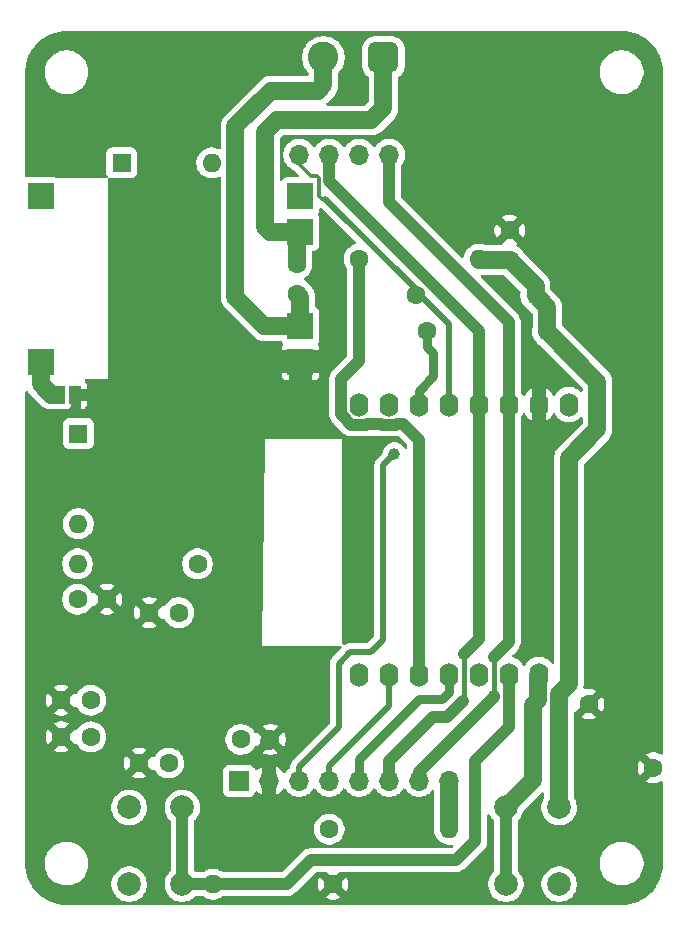
<source format=gtl>
G04 #@! TF.GenerationSoftware,KiCad,Pcbnew,8.99.0-3309-gecdc7ee08f-dirty*
G04 #@! TF.CreationDate,2024-12-18T14:42:24+01:00*
G04 #@! TF.ProjectId,aniweather,616e6977-6561-4746-9865-722e6b696361,v1.12*
G04 #@! TF.SameCoordinates,Original*
G04 #@! TF.FileFunction,Copper,L1,Top*
G04 #@! TF.FilePolarity,Positive*
%FSLAX46Y46*%
G04 Gerber Fmt 4.6, Leading zero omitted, Abs format (unit mm)*
G04 Created by KiCad (PCBNEW 8.99.0-3309-gecdc7ee08f-dirty) date 2024-12-18 14:42:24*
%MOMM*%
%LPD*%
G01*
G04 APERTURE LIST*
G04 Aperture macros list*
%AMRoundRect*
0 Rectangle with rounded corners*
0 $1 Rounding radius*
0 $2 $3 $4 $5 $6 $7 $8 $9 X,Y pos of 4 corners*
0 Add a 4 corners polygon primitive as box body*
4,1,4,$2,$3,$4,$5,$6,$7,$8,$9,$2,$3,0*
0 Add four circle primitives for the rounded corners*
1,1,$1+$1,$2,$3*
1,1,$1+$1,$4,$5*
1,1,$1+$1,$6,$7*
1,1,$1+$1,$8,$9*
0 Add four rect primitives between the rounded corners*
20,1,$1+$1,$2,$3,$4,$5,0*
20,1,$1+$1,$4,$5,$6,$7,0*
20,1,$1+$1,$6,$7,$8,$9,0*
20,1,$1+$1,$8,$9,$2,$3,0*%
G04 Aperture macros list end*
G04 #@! TA.AperFunction,ComponentPad*
%ADD10R,1.600000X1.600000*%
G04 #@! TD*
G04 #@! TA.AperFunction,ComponentPad*
%ADD11O,1.600000X1.600000*%
G04 #@! TD*
G04 #@! TA.AperFunction,ComponentPad*
%ADD12C,1.600000*%
G04 #@! TD*
G04 #@! TA.AperFunction,ComponentPad*
%ADD13R,1.700000X1.700000*%
G04 #@! TD*
G04 #@! TA.AperFunction,ComponentPad*
%ADD14O,1.700000X1.700000*%
G04 #@! TD*
G04 #@! TA.AperFunction,SMDPad,CuDef*
%ADD15R,1.000000X1.500000*%
G04 #@! TD*
G04 #@! TA.AperFunction,ComponentPad*
%ADD16R,2.200000X2.200000*%
G04 #@! TD*
G04 #@! TA.AperFunction,ComponentPad*
%ADD17O,1.600000X2.000000*%
G04 #@! TD*
G04 #@! TA.AperFunction,ComponentPad*
%ADD18C,2.000000*%
G04 #@! TD*
G04 #@! TA.AperFunction,ComponentPad*
%ADD19RoundRect,0.650000X0.650000X0.650000X-0.650000X0.650000X-0.650000X-0.650000X0.650000X-0.650000X0*%
G04 #@! TD*
G04 #@! TA.AperFunction,ComponentPad*
%ADD20C,2.600000*%
G04 #@! TD*
G04 #@! TA.AperFunction,ComponentPad*
%ADD21C,0.600000*%
G04 #@! TD*
G04 #@! TA.AperFunction,ComponentPad*
%ADD22C,0.700000*%
G04 #@! TD*
G04 #@! TA.AperFunction,ViaPad*
%ADD23C,1.000000*%
G04 #@! TD*
G04 #@! TA.AperFunction,Conductor*
%ADD24C,0.500000*%
G04 #@! TD*
G04 #@! TA.AperFunction,Conductor*
%ADD25C,0.300000*%
G04 #@! TD*
G04 #@! TA.AperFunction,Conductor*
%ADD26C,1.500000*%
G04 #@! TD*
G04 #@! TA.AperFunction,Conductor*
%ADD27C,0.750000*%
G04 #@! TD*
G04 #@! TA.AperFunction,Conductor*
%ADD28C,1.000000*%
G04 #@! TD*
G04 #@! TA.AperFunction,Conductor*
%ADD29C,0.450000*%
G04 #@! TD*
G04 APERTURE END LIST*
D10*
X117700000Y-98032500D03*
D11*
X117700000Y-105652500D03*
D12*
X136200000Y-83675000D03*
X136200000Y-86175000D03*
X147250000Y-89375000D03*
D11*
X157410000Y-89375000D03*
D12*
X166380000Y-126325000D03*
D11*
X156220000Y-126325000D03*
D13*
X131315000Y-127425000D03*
D14*
X133855000Y-127425000D03*
X136395000Y-127425000D03*
X138935000Y-127425000D03*
X141475000Y-127425000D03*
X144015000Y-127425000D03*
X146555000Y-127425000D03*
X149095000Y-127425000D03*
X136395000Y-74425000D03*
X138935000Y-74425000D03*
X141475000Y-74425000D03*
X144015000Y-74425000D03*
D12*
X146250000Y-86325000D03*
D11*
X156410000Y-86325000D03*
D15*
X117400000Y-94725000D03*
X116100000Y-94725000D03*
D12*
X138940000Y-131525000D03*
D11*
X149100000Y-131525000D03*
D16*
X136500000Y-80925000D03*
X136500000Y-88925000D03*
X136500000Y-77925000D03*
X136500000Y-91925000D03*
X114500000Y-77925000D03*
X114500000Y-91925000D03*
D10*
X121365000Y-75100000D03*
D11*
X128985000Y-75100000D03*
D17*
X151620000Y-118425000D03*
X149080000Y-118425000D03*
X146540000Y-118425000D03*
X144000000Y-118425000D03*
X154160000Y-118425000D03*
X156700000Y-118425000D03*
X154160000Y-95565000D03*
X151620000Y-95565000D03*
X149080000Y-95565000D03*
X146540000Y-95565000D03*
X141460000Y-118425000D03*
X159240000Y-118425000D03*
X156700000Y-95565000D03*
X159240000Y-95565000D03*
X144000000Y-95565000D03*
X141460000Y-95565000D03*
D12*
X154225000Y-80825000D03*
X154225000Y-83325000D03*
X141450000Y-83275000D03*
D11*
X151610000Y-83275000D03*
D18*
X158400000Y-129675000D03*
X158400000Y-136175000D03*
X153900000Y-129675000D03*
X153900000Y-136175000D03*
D12*
X122850000Y-125925000D03*
X125350000Y-125925000D03*
X139260000Y-136175000D03*
D11*
X129100000Y-136175000D03*
D12*
X131450000Y-123925000D03*
X133950000Y-123925000D03*
D18*
X122000000Y-136175000D03*
X122000000Y-129675000D03*
X126500000Y-136175000D03*
X126500000Y-129675000D03*
D12*
X117625000Y-112050000D03*
X120125000Y-112050000D03*
X158400000Y-120925000D03*
X160900000Y-120925000D03*
X118750000Y-120600000D03*
X116250000Y-120600000D03*
D19*
X143530000Y-66175000D03*
D20*
X138450000Y-66175000D03*
D12*
X127785000Y-109050000D03*
D11*
X117625000Y-109050000D03*
D21*
X119550000Y-116650000D03*
D22*
X120125000Y-115700000D03*
X120125000Y-117600000D03*
D21*
X120700000Y-116650000D03*
D12*
X126200000Y-113175000D03*
X123700000Y-113175000D03*
X118750000Y-123700000D03*
X116250000Y-123700000D03*
D23*
X144450000Y-99775000D03*
X126000000Y-121200000D03*
X119325000Y-94300000D03*
X130200000Y-102400000D03*
X125900000Y-117500000D03*
X127075000Y-78975000D03*
X120725000Y-113700000D03*
X114000000Y-122000000D03*
X156550000Y-103700000D03*
X166325000Y-86725000D03*
X156150000Y-115925000D03*
X161725000Y-118625000D03*
X162500000Y-112900000D03*
X156150000Y-91425000D03*
X166400000Y-93825000D03*
X133850000Y-91925000D03*
X163050000Y-121175000D03*
X114275000Y-108350000D03*
X139500000Y-90275000D03*
X130225000Y-119400000D03*
X156775000Y-110150000D03*
X113975000Y-102675000D03*
X156725000Y-93200000D03*
X146225000Y-76150000D03*
X133850000Y-125725000D03*
X156700000Y-98000000D03*
X119700000Y-131625000D03*
X141975000Y-129700000D03*
X156600000Y-71100000D03*
X163000000Y-78925000D03*
X123950000Y-90950000D03*
X160775000Y-123025000D03*
X162000000Y-101925000D03*
X115800000Y-126200000D03*
X113775000Y-105325000D03*
X150150000Y-68700000D03*
X131400000Y-133925000D03*
X135800000Y-123675000D03*
X122200000Y-106200000D03*
X136000000Y-129600000D03*
X151600000Y-79025000D03*
X162100000Y-129375000D03*
X134550000Y-129600000D03*
X133750000Y-121950000D03*
X127100000Y-96125000D03*
X139100000Y-81625000D03*
X133250000Y-129375000D03*
X145000000Y-136625000D03*
X145500000Y-131525000D03*
D24*
X144450000Y-99775000D02*
X143500000Y-100725000D01*
X149080000Y-95565000D02*
X149080000Y-88755000D01*
X146650000Y-86325000D02*
X146250000Y-86325000D01*
X149080000Y-88755000D02*
X146650000Y-86325000D01*
D25*
X136395000Y-74425000D02*
X136395000Y-75220000D01*
X136395000Y-75220000D02*
X137400000Y-76225000D01*
X137400000Y-76225000D02*
X137900000Y-76225000D01*
X137900000Y-76225000D02*
X138084000Y-76409000D01*
X138084000Y-76409000D02*
X138084000Y-77909000D01*
X138084000Y-77909000D02*
X138300000Y-78125000D01*
X138300000Y-78125000D02*
X138575000Y-78125000D01*
D24*
X138575000Y-78125000D02*
X146250000Y-85800000D01*
X146250000Y-85800000D02*
X146250000Y-86325000D01*
D26*
X133500000Y-80500000D02*
X133500000Y-72500000D01*
X136500000Y-80925000D02*
X133925000Y-80925000D01*
X136200000Y-83675000D02*
X136200000Y-81225000D01*
X133925000Y-80925000D02*
X133500000Y-80500000D01*
X142500000Y-71500000D02*
X143530000Y-70470000D01*
X136200000Y-81225000D02*
X136500000Y-80925000D01*
X133500000Y-72500000D02*
X134500000Y-71500000D01*
X143530000Y-70470000D02*
X143530000Y-66175000D01*
X134500000Y-71500000D02*
X142500000Y-71500000D01*
X138450000Y-66175000D02*
X138450000Y-68550000D01*
X134000000Y-69000000D02*
X131000000Y-72000000D01*
X131000000Y-86500000D02*
X133425000Y-88925000D01*
X133425000Y-88925000D02*
X136500000Y-88925000D01*
X138450000Y-68550000D02*
X138000000Y-69000000D01*
X138000000Y-69000000D02*
X134000000Y-69000000D01*
X136500000Y-86475000D02*
X136200000Y-86175000D01*
X136500000Y-88925000D02*
X136500000Y-86475000D01*
X131000000Y-72000000D02*
X131000000Y-86500000D01*
X149095000Y-131520000D02*
X149100000Y-131525000D01*
X149095000Y-127425000D02*
X149095000Y-131520000D01*
X158400000Y-120075000D02*
X158400000Y-120925000D01*
X156410000Y-86325000D02*
X156410000Y-85510000D01*
X159240000Y-100085000D02*
X161650000Y-97675000D01*
X156410000Y-85510000D02*
X154225000Y-83325000D01*
X161650000Y-93615000D02*
X157410000Y-89375000D01*
X159240000Y-118425000D02*
X159240000Y-119235000D01*
X161650000Y-97675000D02*
X161650000Y-93615000D01*
X159240000Y-118425000D02*
X159240000Y-100085000D01*
X157410000Y-87325000D02*
X156410000Y-86325000D01*
X159240000Y-119235000D02*
X158400000Y-120075000D01*
X157410000Y-89375000D02*
X157410000Y-87325000D01*
X154225000Y-83325000D02*
X151660000Y-83325000D01*
X151660000Y-83325000D02*
X151610000Y-83275000D01*
X158400000Y-120925000D02*
X158400000Y-129675000D01*
D27*
X146540000Y-95565000D02*
X146540000Y-94385000D01*
X146540000Y-94385000D02*
X147750000Y-93175000D01*
D24*
X142450000Y-116525000D02*
X140700000Y-116525000D01*
D27*
X147750000Y-93175000D02*
X147750000Y-91175000D01*
D24*
X139725000Y-122900000D02*
X136395000Y-126230000D01*
X140700000Y-116525000D02*
X139725000Y-117500000D01*
X139725000Y-117500000D02*
X139725000Y-122900000D01*
D27*
X147250000Y-90675000D02*
X147250000Y-89375000D01*
D24*
X143500000Y-115475000D02*
X142450000Y-116525000D01*
X136395000Y-126230000D02*
X136395000Y-127425000D01*
D27*
X147750000Y-91175000D02*
X147250000Y-90675000D01*
D24*
X143500000Y-100725000D02*
X143500000Y-115475000D01*
X138935000Y-127425000D02*
X138935000Y-126190000D01*
X144000000Y-121125000D02*
X144000000Y-118425000D01*
X138935000Y-126190000D02*
X144000000Y-121125000D01*
D28*
X138935000Y-76660000D02*
X138935000Y-74425000D01*
X151620000Y-95565000D02*
X151620000Y-115375000D01*
D29*
X150350000Y-116645000D02*
X150350000Y-120625000D01*
D28*
X151620000Y-89345000D02*
X138935000Y-76660000D01*
X150300000Y-120625000D02*
X148900000Y-122025000D01*
X147700000Y-122025000D02*
X144015000Y-125710000D01*
X151620000Y-95565000D02*
X151620000Y-89345000D01*
X148900000Y-122025000D02*
X147700000Y-122025000D01*
X151620000Y-115375000D02*
X150350000Y-116645000D01*
X144015000Y-125710000D02*
X144015000Y-127425000D01*
X154160000Y-88575000D02*
X144015000Y-78430000D01*
X154160000Y-95565000D02*
X154160000Y-88575000D01*
X144015000Y-78430000D02*
X144015000Y-74425000D01*
X146555000Y-127425000D02*
X146555000Y-126670000D01*
X154160000Y-115665000D02*
X154160000Y-95565000D01*
X146555000Y-126670000D02*
X152900000Y-120325000D01*
X152900000Y-120325000D02*
X152900000Y-120225000D01*
D29*
X152900000Y-120225000D02*
X152900000Y-116925000D01*
D28*
X152900000Y-116925000D02*
X154160000Y-115665000D01*
X140125000Y-96552735D02*
X139959000Y-96386735D01*
X146540000Y-98565000D02*
X146540000Y-118425000D01*
X139959000Y-96386735D02*
X139959000Y-93366000D01*
X143362265Y-97250000D02*
X142097735Y-97250000D01*
X143378265Y-97266000D02*
X143362265Y-97250000D01*
X142081735Y-97266000D02*
X140816000Y-97266000D01*
X139959000Y-93366000D02*
X139962500Y-93362500D01*
X144637735Y-97250000D02*
X144621735Y-97266000D01*
X141450000Y-91875000D02*
X139962500Y-93362500D01*
X145225000Y-97250000D02*
X144637735Y-97250000D01*
X141450000Y-83275000D02*
X141450000Y-91875000D01*
X140125000Y-96575000D02*
X140125000Y-96552735D01*
X146540000Y-98565000D02*
X145225000Y-97250000D01*
X142097735Y-97250000D02*
X142081735Y-97266000D01*
X144621735Y-97266000D02*
X143378265Y-97266000D01*
X140816000Y-97266000D02*
X140125000Y-96575000D01*
D27*
X141475000Y-127425000D02*
X141475000Y-125550000D01*
X148500000Y-120525000D02*
X149080000Y-119945000D01*
X141475000Y-125550000D02*
X146500000Y-120525000D01*
X149080000Y-119945000D02*
X149080000Y-118425000D01*
X146500000Y-120525000D02*
X148500000Y-120525000D01*
D26*
X133855000Y-124020000D02*
X133950000Y-123925000D01*
D28*
X137400000Y-134125000D02*
X149700000Y-134125000D01*
X151300000Y-132525000D02*
X151300000Y-125725000D01*
X154160000Y-122865000D02*
X154160000Y-118425000D01*
X126500000Y-136175000D02*
X126500000Y-129675000D01*
X129100000Y-136175000D02*
X135350000Y-136175000D01*
X126500000Y-136175000D02*
X129100000Y-136175000D01*
X135350000Y-136175000D02*
X137400000Y-134125000D01*
X151300000Y-125725000D02*
X154160000Y-122865000D01*
X149700000Y-134125000D02*
X151300000Y-132525000D01*
D26*
X114500000Y-93825000D02*
X115400000Y-94725000D01*
X115400000Y-94725000D02*
X115800000Y-94725000D01*
X114500000Y-91925000D02*
X114500000Y-93825000D01*
X156220000Y-121005000D02*
X156649000Y-120576000D01*
X156649000Y-120576000D02*
X156649000Y-118476000D01*
X156649000Y-118476000D02*
X156700000Y-118425000D01*
X156220000Y-126325000D02*
X156220000Y-127355000D01*
D28*
X153900000Y-136175000D02*
X153900000Y-129675000D01*
D26*
X156220000Y-127355000D02*
X153900000Y-129675000D01*
X156220000Y-126325000D02*
X156220000Y-121005000D01*
G04 #@! TA.AperFunction,Conductor*
G36*
X153722703Y-84595185D02*
G01*
X153743345Y-84611819D01*
X155098278Y-85966752D01*
X155131763Y-86028075D01*
X155133070Y-86073831D01*
X155109500Y-86222648D01*
X155109500Y-86427351D01*
X155141522Y-86629534D01*
X155204781Y-86824223D01*
X155297715Y-87006613D01*
X155418028Y-87172213D01*
X155418034Y-87172219D01*
X155562781Y-87316966D01*
X155728390Y-87437287D01*
X155762724Y-87454781D01*
X155794110Y-87477584D01*
X156123181Y-87806655D01*
X156156666Y-87867978D01*
X156159500Y-87894336D01*
X156159500Y-88995498D01*
X156153431Y-89033816D01*
X156141523Y-89070464D01*
X156109500Y-89272648D01*
X156109500Y-89477351D01*
X156141522Y-89679534D01*
X156204781Y-89874223D01*
X156297715Y-90056613D01*
X156418028Y-90222213D01*
X156418034Y-90222219D01*
X156562781Y-90366966D01*
X156728390Y-90487287D01*
X156762724Y-90504781D01*
X156794110Y-90527584D01*
X160363181Y-94096655D01*
X160377884Y-94123582D01*
X160394477Y-94149401D01*
X160395368Y-94155601D01*
X160396666Y-94157978D01*
X160399500Y-94184336D01*
X160399500Y-94385953D01*
X160379815Y-94452992D01*
X160327011Y-94498747D01*
X160257853Y-94508691D01*
X160194297Y-94479666D01*
X160187819Y-94473634D01*
X160087213Y-94373028D01*
X159921613Y-94252715D01*
X159921612Y-94252714D01*
X159921610Y-94252713D01*
X159841096Y-94211689D01*
X159739223Y-94159781D01*
X159544534Y-94096522D01*
X159369995Y-94068878D01*
X159342352Y-94064500D01*
X159137648Y-94064500D01*
X159113329Y-94068351D01*
X158935465Y-94096522D01*
X158740776Y-94159781D01*
X158558386Y-94252715D01*
X158392786Y-94373028D01*
X158248028Y-94517786D01*
X158127713Y-94683388D01*
X158080203Y-94776630D01*
X158032228Y-94827426D01*
X157964407Y-94844220D01*
X157898272Y-94821682D01*
X157859234Y-94776628D01*
X157811861Y-94683652D01*
X157691582Y-94518105D01*
X157691582Y-94518104D01*
X157546895Y-94373417D01*
X157381347Y-94253138D01*
X157300000Y-94211689D01*
X157300000Y-96918309D01*
X157381347Y-96876861D01*
X157546894Y-96756582D01*
X157546895Y-96756582D01*
X157691582Y-96611895D01*
X157691582Y-96611894D01*
X157811861Y-96446347D01*
X157859234Y-96353371D01*
X157907208Y-96302575D01*
X157975028Y-96285779D01*
X158041164Y-96308316D01*
X158080203Y-96353369D01*
X158127713Y-96446611D01*
X158248028Y-96612213D01*
X158392786Y-96756971D01*
X158535498Y-96860655D01*
X158558390Y-96877287D01*
X158674607Y-96936503D01*
X158740776Y-96970218D01*
X158740778Y-96970218D01*
X158740781Y-96970220D01*
X158802178Y-96990169D01*
X158935465Y-97033477D01*
X159036557Y-97049488D01*
X159137648Y-97065500D01*
X159137649Y-97065500D01*
X159342351Y-97065500D01*
X159342352Y-97065500D01*
X159544534Y-97033477D01*
X159739219Y-96970220D01*
X159921610Y-96877287D01*
X160014590Y-96809732D01*
X160087213Y-96756971D01*
X160087215Y-96756968D01*
X160087219Y-96756966D01*
X160187819Y-96656366D01*
X160249142Y-96622881D01*
X160318834Y-96627865D01*
X160374767Y-96669737D01*
X160399184Y-96735201D01*
X160399500Y-96744047D01*
X160399500Y-97105664D01*
X160379815Y-97172703D01*
X160363181Y-97193345D01*
X158286174Y-99270351D01*
X158286174Y-99270352D01*
X158286172Y-99270354D01*
X158240657Y-99333000D01*
X158170476Y-99429594D01*
X158080669Y-99605851D01*
X158079608Y-99609612D01*
X158020291Y-99792169D01*
X158020291Y-99792172D01*
X157989500Y-99986577D01*
X157989500Y-117405668D01*
X157969815Y-117472707D01*
X157917011Y-117518462D01*
X157847853Y-117528406D01*
X157784297Y-117499381D01*
X157765182Y-117478553D01*
X157691971Y-117377787D01*
X157691967Y-117377782D01*
X157547213Y-117233028D01*
X157381613Y-117112715D01*
X157381612Y-117112714D01*
X157381610Y-117112713D01*
X157324653Y-117083691D01*
X157199223Y-117019781D01*
X157004534Y-116956522D01*
X156829995Y-116928878D01*
X156802352Y-116924500D01*
X156597648Y-116924500D01*
X156573329Y-116928351D01*
X156395465Y-116956522D01*
X156200776Y-117019781D01*
X156018386Y-117112715D01*
X155852786Y-117233028D01*
X155708028Y-117377786D01*
X155587715Y-117543386D01*
X155540485Y-117636080D01*
X155492510Y-117686876D01*
X155424689Y-117703671D01*
X155358554Y-117681134D01*
X155319515Y-117636080D01*
X155318883Y-117634840D01*
X155272287Y-117543390D01*
X155225181Y-117478553D01*
X155151971Y-117377786D01*
X155007213Y-117233028D01*
X154841613Y-117112715D01*
X154841612Y-117112714D01*
X154841610Y-117112713D01*
X154784653Y-117083691D01*
X154659223Y-117019781D01*
X154520262Y-116974630D01*
X154462587Y-116935192D01*
X154435389Y-116870833D01*
X154447304Y-116801987D01*
X154470897Y-116769021D01*
X154797778Y-116442141D01*
X154797782Y-116442139D01*
X154937139Y-116302782D01*
X155046632Y-116138914D01*
X155122051Y-115956835D01*
X155122732Y-115953416D01*
X155129478Y-115919501D01*
X155158320Y-115774500D01*
X155160500Y-115763540D01*
X155160500Y-115566460D01*
X155160500Y-96640761D01*
X155180185Y-96573722D01*
X155184165Y-96567899D01*
X155272287Y-96446610D01*
X155319795Y-96353369D01*
X155367770Y-96302574D01*
X155435591Y-96285779D01*
X155501725Y-96308316D01*
X155540765Y-96353370D01*
X155588140Y-96446349D01*
X155708417Y-96611894D01*
X155708417Y-96611895D01*
X155853104Y-96756582D01*
X156018652Y-96876861D01*
X156099999Y-96918309D01*
X156100000Y-96918309D01*
X156100000Y-95505756D01*
X156250000Y-95505756D01*
X156250000Y-95624244D01*
X156280667Y-95738694D01*
X156339910Y-95841306D01*
X156423694Y-95925090D01*
X156526306Y-95984333D01*
X156640756Y-96015000D01*
X156759244Y-96015000D01*
X156873694Y-95984333D01*
X156976306Y-95925090D01*
X157060090Y-95841306D01*
X157119333Y-95738694D01*
X157150000Y-95624244D01*
X157150000Y-95505756D01*
X157119333Y-95391306D01*
X157060090Y-95288694D01*
X156976306Y-95204910D01*
X156873694Y-95145667D01*
X156759244Y-95115000D01*
X156640756Y-95115000D01*
X156526306Y-95145667D01*
X156423694Y-95204910D01*
X156339910Y-95288694D01*
X156280667Y-95391306D01*
X156250000Y-95505756D01*
X156100000Y-95505756D01*
X156100000Y-94211690D01*
X156099999Y-94211689D01*
X156018652Y-94253138D01*
X155853105Y-94373417D01*
X155853104Y-94373417D01*
X155708417Y-94518104D01*
X155708417Y-94518105D01*
X155588140Y-94683650D01*
X155540765Y-94776629D01*
X155492790Y-94827425D01*
X155424969Y-94844220D01*
X155358834Y-94821682D01*
X155319795Y-94776629D01*
X155272419Y-94683650D01*
X155272287Y-94683390D01*
X155240506Y-94639647D01*
X155184182Y-94562122D01*
X155160702Y-94496316D01*
X155160500Y-94489237D01*
X155160500Y-88679675D01*
X155160501Y-88679654D01*
X155160501Y-88476457D01*
X155160500Y-88476455D01*
X155122053Y-88283172D01*
X155122052Y-88283165D01*
X155046632Y-88101086D01*
X155046631Y-88101085D01*
X155046628Y-88101079D01*
X154937140Y-87937219D01*
X154937137Y-87937215D01*
X151787102Y-84787181D01*
X151753617Y-84725858D01*
X151758601Y-84656166D01*
X151800473Y-84600233D01*
X151865937Y-84575816D01*
X151874783Y-84575500D01*
X153655664Y-84575500D01*
X153722703Y-84595185D01*
G37*
G04 #@! TD.AperFunction*
G04 #@! TA.AperFunction,Conductor*
G36*
X163703032Y-63925648D02*
G01*
X164036929Y-63942052D01*
X164049037Y-63943245D01*
X164152146Y-63958539D01*
X164376699Y-63991849D01*
X164388617Y-63994219D01*
X164709951Y-64074709D01*
X164721588Y-64078240D01*
X164792806Y-64103722D01*
X165033467Y-64189832D01*
X165044688Y-64194479D01*
X165344163Y-64336120D01*
X165354871Y-64341844D01*
X165562670Y-64466394D01*
X165638988Y-64512137D01*
X165649106Y-64518897D01*
X165915170Y-64716224D01*
X165924576Y-64723944D01*
X166170013Y-64946395D01*
X166178604Y-64954986D01*
X166362437Y-65157815D01*
X166401055Y-65200423D01*
X166408775Y-65209829D01*
X166606102Y-65475893D01*
X166612862Y-65486011D01*
X166778149Y-65761777D01*
X166783148Y-65770116D01*
X166788883Y-65780844D01*
X166837229Y-65883064D01*
X166930514Y-66080297D01*
X166935170Y-66091540D01*
X167046759Y-66403411D01*
X167050292Y-66415055D01*
X167130777Y-66736369D01*
X167133151Y-66748305D01*
X167181754Y-67075962D01*
X167182947Y-67088071D01*
X167199351Y-67421966D01*
X167199500Y-67428051D01*
X167199500Y-125081182D01*
X167179815Y-125148221D01*
X167127011Y-125193976D01*
X167057853Y-125203920D01*
X167019205Y-125191667D01*
X166879031Y-125120244D01*
X166684417Y-125057009D01*
X166482317Y-125025000D01*
X166277683Y-125025000D01*
X166075581Y-125057010D01*
X166075578Y-125057010D01*
X165880974Y-125120242D01*
X165880973Y-125120242D01*
X165741354Y-125191379D01*
X166490462Y-125940487D01*
X166432661Y-125925000D01*
X166327339Y-125925000D01*
X166225606Y-125952259D01*
X166134394Y-126004920D01*
X166059920Y-126079394D01*
X166007259Y-126170606D01*
X165980000Y-126272339D01*
X165980000Y-126377661D01*
X166007259Y-126479394D01*
X166059920Y-126570606D01*
X166134394Y-126645080D01*
X166225606Y-126697741D01*
X166327339Y-126725000D01*
X166432661Y-126725000D01*
X166490461Y-126709512D01*
X165741354Y-127458619D01*
X165880965Y-127529753D01*
X165880972Y-127529756D01*
X166075582Y-127592990D01*
X166277683Y-127625000D01*
X166482317Y-127625000D01*
X166684417Y-127592990D01*
X166879031Y-127529755D01*
X167019205Y-127458333D01*
X167087874Y-127445437D01*
X167152615Y-127471713D01*
X167192872Y-127528820D01*
X167199500Y-127568818D01*
X167199500Y-134421948D01*
X167199351Y-134428033D01*
X167182947Y-134761928D01*
X167181754Y-134774037D01*
X167133151Y-135101694D01*
X167130777Y-135113630D01*
X167050292Y-135434944D01*
X167046759Y-135446588D01*
X166935170Y-135758459D01*
X166930514Y-135769702D01*
X166788885Y-136069151D01*
X166783148Y-136079883D01*
X166612862Y-136363988D01*
X166606102Y-136374106D01*
X166408775Y-136640170D01*
X166401055Y-136649576D01*
X166178611Y-136895006D01*
X166170006Y-136903611D01*
X165924576Y-137126055D01*
X165915170Y-137133775D01*
X165649106Y-137331102D01*
X165638988Y-137337862D01*
X165354883Y-137508148D01*
X165344151Y-137513885D01*
X165044702Y-137655514D01*
X165033459Y-137660170D01*
X164721588Y-137771759D01*
X164709944Y-137775292D01*
X164388630Y-137855777D01*
X164376694Y-137858151D01*
X164049037Y-137906754D01*
X164036928Y-137907947D01*
X163721989Y-137923419D01*
X163703031Y-137924351D01*
X163696949Y-137924500D01*
X116703051Y-137924500D01*
X116696968Y-137924351D01*
X116676900Y-137923365D01*
X116363071Y-137907947D01*
X116350962Y-137906754D01*
X116023305Y-137858151D01*
X116011369Y-137855777D01*
X115690055Y-137775292D01*
X115678411Y-137771759D01*
X115366540Y-137660170D01*
X115355301Y-137655515D01*
X115055844Y-137513883D01*
X115045121Y-137508150D01*
X114761011Y-137337862D01*
X114750893Y-137331102D01*
X114484829Y-137133775D01*
X114475423Y-137126055D01*
X114283536Y-136952139D01*
X114229986Y-136903604D01*
X114221395Y-136895013D01*
X113998944Y-136649576D01*
X113991224Y-136640170D01*
X113922674Y-136547741D01*
X113793895Y-136374103D01*
X113787137Y-136363988D01*
X113744644Y-136293092D01*
X113616844Y-136079871D01*
X113611120Y-136069163D01*
X113469479Y-135769688D01*
X113464829Y-135758459D01*
X113435315Y-135675974D01*
X113385359Y-135536354D01*
X113353240Y-135446588D01*
X113349707Y-135434944D01*
X113340958Y-135400015D01*
X113269219Y-135113617D01*
X113266848Y-135101694D01*
X113252076Y-135002111D01*
X113233147Y-134874500D01*
X113218245Y-134774037D01*
X113217052Y-134761927D01*
X113216592Y-134752573D01*
X113200649Y-134428032D01*
X113200500Y-134421948D01*
X113200500Y-134303711D01*
X114849500Y-134303711D01*
X114849500Y-134546288D01*
X114881161Y-134786785D01*
X114943947Y-135021104D01*
X115017008Y-135197488D01*
X115036776Y-135245212D01*
X115158064Y-135455289D01*
X115158066Y-135455292D01*
X115158067Y-135455293D01*
X115305733Y-135647736D01*
X115305739Y-135647743D01*
X115477256Y-135819260D01*
X115477263Y-135819266D01*
X115544138Y-135870581D01*
X115669711Y-135966936D01*
X115879788Y-136088224D01*
X116103900Y-136181054D01*
X116338211Y-136243838D01*
X116518586Y-136267584D01*
X116578711Y-136275500D01*
X116578712Y-136275500D01*
X116821289Y-136275500D01*
X116869388Y-136269167D01*
X117061789Y-136243838D01*
X117296100Y-136181054D01*
X117520212Y-136088224D01*
X117574463Y-136056902D01*
X120499500Y-136056902D01*
X120499500Y-136293097D01*
X120536446Y-136526368D01*
X120609433Y-136750996D01*
X120687195Y-136903611D01*
X120716657Y-136961433D01*
X120855483Y-137152510D01*
X121022490Y-137319517D01*
X121213567Y-137458343D01*
X121247240Y-137475500D01*
X121424003Y-137565566D01*
X121424005Y-137565566D01*
X121424008Y-137565568D01*
X121544412Y-137604689D01*
X121648631Y-137638553D01*
X121881903Y-137675500D01*
X121881908Y-137675500D01*
X122118097Y-137675500D01*
X122351368Y-137638553D01*
X122575992Y-137565568D01*
X122786433Y-137458343D01*
X122977510Y-137319517D01*
X123144517Y-137152510D01*
X123283343Y-136961433D01*
X123390568Y-136750992D01*
X123463553Y-136526368D01*
X123466925Y-136505080D01*
X123500500Y-136293097D01*
X123500500Y-136056902D01*
X123463553Y-135823631D01*
X123415576Y-135675974D01*
X123390568Y-135599008D01*
X123390566Y-135599005D01*
X123390566Y-135599003D01*
X123334002Y-135487991D01*
X123283343Y-135388567D01*
X123144517Y-135197490D01*
X122977510Y-135030483D01*
X122786433Y-134891657D01*
X122575996Y-134784433D01*
X122351368Y-134711446D01*
X122118097Y-134674500D01*
X122118092Y-134674500D01*
X121881908Y-134674500D01*
X121881903Y-134674500D01*
X121648631Y-134711446D01*
X121424003Y-134784433D01*
X121213566Y-134891657D01*
X121106040Y-134969780D01*
X121022490Y-135030483D01*
X121022488Y-135030485D01*
X121022487Y-135030485D01*
X120855485Y-135197487D01*
X120855485Y-135197488D01*
X120855483Y-135197490D01*
X120795862Y-135279550D01*
X120716657Y-135388566D01*
X120609433Y-135599003D01*
X120536446Y-135823631D01*
X120499500Y-136056902D01*
X117574463Y-136056902D01*
X117730289Y-135966936D01*
X117922738Y-135819265D01*
X118094265Y-135647738D01*
X118241936Y-135455289D01*
X118363224Y-135245212D01*
X118456054Y-135021100D01*
X118518838Y-134786789D01*
X118550500Y-134546288D01*
X118550500Y-134303712D01*
X118518838Y-134063211D01*
X118456054Y-133828900D01*
X118363224Y-133604788D01*
X118241936Y-133394711D01*
X118181018Y-133315321D01*
X118094266Y-133202263D01*
X118094260Y-133202256D01*
X117922743Y-133030739D01*
X117922736Y-133030733D01*
X117730293Y-132883067D01*
X117730292Y-132883066D01*
X117730289Y-132883064D01*
X117520212Y-132761776D01*
X117520205Y-132761773D01*
X117296104Y-132668947D01*
X117061785Y-132606161D01*
X116821289Y-132574500D01*
X116821288Y-132574500D01*
X116578712Y-132574500D01*
X116578711Y-132574500D01*
X116338214Y-132606161D01*
X116103895Y-132668947D01*
X115879794Y-132761773D01*
X115879785Y-132761777D01*
X115669706Y-132883067D01*
X115477263Y-133030733D01*
X115477256Y-133030739D01*
X115305739Y-133202256D01*
X115305733Y-133202263D01*
X115158067Y-133394706D01*
X115036777Y-133604785D01*
X115036773Y-133604794D01*
X114943947Y-133828895D01*
X114881161Y-134063214D01*
X114849500Y-134303711D01*
X113200500Y-134303711D01*
X113200500Y-129556902D01*
X120499500Y-129556902D01*
X120499500Y-129793097D01*
X120536446Y-130026368D01*
X120609433Y-130250996D01*
X120663668Y-130357437D01*
X120716657Y-130461433D01*
X120855483Y-130652510D01*
X121022490Y-130819517D01*
X121213567Y-130958343D01*
X121312991Y-131009002D01*
X121424003Y-131065566D01*
X121424005Y-131065566D01*
X121424008Y-131065568D01*
X121544412Y-131104689D01*
X121648631Y-131138553D01*
X121881903Y-131175500D01*
X121881908Y-131175500D01*
X122118097Y-131175500D01*
X122351368Y-131138553D01*
X122575992Y-131065568D01*
X122786433Y-130958343D01*
X122977510Y-130819517D01*
X123144517Y-130652510D01*
X123283343Y-130461433D01*
X123390568Y-130250992D01*
X123463553Y-130026368D01*
X123475990Y-129947843D01*
X123500500Y-129793097D01*
X123500500Y-129556902D01*
X124999500Y-129556902D01*
X124999500Y-129793097D01*
X125036446Y-130026368D01*
X125109433Y-130250996D01*
X125163668Y-130357437D01*
X125216657Y-130461433D01*
X125355483Y-130652510D01*
X125355485Y-130652512D01*
X125463181Y-130760208D01*
X125496666Y-130821531D01*
X125499500Y-130847889D01*
X125499500Y-135002111D01*
X125479815Y-135069150D01*
X125463181Y-135089792D01*
X125355485Y-135197487D01*
X125355485Y-135197488D01*
X125355483Y-135197490D01*
X125295862Y-135279550D01*
X125216657Y-135388566D01*
X125109433Y-135599003D01*
X125036446Y-135823631D01*
X124999500Y-136056902D01*
X124999500Y-136293097D01*
X125036446Y-136526368D01*
X125109433Y-136750996D01*
X125187195Y-136903611D01*
X125216657Y-136961433D01*
X125355483Y-137152510D01*
X125522490Y-137319517D01*
X125713567Y-137458343D01*
X125747240Y-137475500D01*
X125924003Y-137565566D01*
X125924005Y-137565566D01*
X125924008Y-137565568D01*
X126044412Y-137604689D01*
X126148631Y-137638553D01*
X126381903Y-137675500D01*
X126381908Y-137675500D01*
X126618097Y-137675500D01*
X126851368Y-137638553D01*
X127075992Y-137565568D01*
X127286433Y-137458343D01*
X127477510Y-137319517D01*
X127585208Y-137211819D01*
X127646531Y-137178334D01*
X127672889Y-137175500D01*
X128224238Y-137175500D01*
X128291277Y-137195185D01*
X128297119Y-137199179D01*
X128418390Y-137287287D01*
X128504382Y-137331102D01*
X128600776Y-137380218D01*
X128600778Y-137380218D01*
X128600781Y-137380220D01*
X128705137Y-137414127D01*
X128795465Y-137443477D01*
X128889318Y-137458342D01*
X128997648Y-137475500D01*
X128997649Y-137475500D01*
X129202351Y-137475500D01*
X129202352Y-137475500D01*
X129404534Y-137443477D01*
X129599219Y-137380220D01*
X129739744Y-137308619D01*
X138621354Y-137308619D01*
X138760965Y-137379753D01*
X138760972Y-137379756D01*
X138955582Y-137442990D01*
X139157683Y-137475000D01*
X139362317Y-137475000D01*
X139564417Y-137442990D01*
X139759031Y-137379755D01*
X139898643Y-137308618D01*
X139260001Y-136669974D01*
X139260000Y-136669974D01*
X138621354Y-137308619D01*
X129739744Y-137308619D01*
X129781610Y-137287287D01*
X129902877Y-137199181D01*
X129968683Y-137175702D01*
X129975762Y-137175500D01*
X135448543Y-137175500D01*
X135487240Y-137167802D01*
X135564118Y-137152510D01*
X135641836Y-137137051D01*
X135695165Y-137114961D01*
X135823914Y-137061632D01*
X135987782Y-136952139D01*
X136127139Y-136812782D01*
X136127140Y-136812779D01*
X136134206Y-136805714D01*
X136134208Y-136805710D01*
X136867237Y-136072682D01*
X137960000Y-136072682D01*
X137960000Y-136277317D01*
X137992010Y-136479418D01*
X137992010Y-136479421D01*
X138055241Y-136674023D01*
X138055241Y-136674024D01*
X138126379Y-136813644D01*
X138126380Y-136813644D01*
X138765025Y-136175000D01*
X138712364Y-136122339D01*
X138860000Y-136122339D01*
X138860000Y-136227661D01*
X138887259Y-136329394D01*
X138939920Y-136420606D01*
X139014394Y-136495080D01*
X139105606Y-136547741D01*
X139207339Y-136575000D01*
X139312661Y-136575000D01*
X139414394Y-136547741D01*
X139505606Y-136495080D01*
X139580080Y-136420606D01*
X139632741Y-136329394D01*
X139660000Y-136227661D01*
X139660000Y-136175000D01*
X139754974Y-136175000D01*
X140393618Y-136813643D01*
X140464755Y-136674031D01*
X140527990Y-136479417D01*
X140560000Y-136277317D01*
X140560000Y-136072682D01*
X140527990Y-135870582D01*
X140464756Y-135675972D01*
X140464753Y-135675965D01*
X140393619Y-135536354D01*
X139754974Y-136175000D01*
X139660000Y-136175000D01*
X139660000Y-136122339D01*
X139632741Y-136020606D01*
X139580080Y-135929394D01*
X139505606Y-135854920D01*
X139414394Y-135802259D01*
X139312661Y-135775000D01*
X139207339Y-135775000D01*
X139105606Y-135802259D01*
X139014394Y-135854920D01*
X138939920Y-135929394D01*
X138887259Y-136020606D01*
X138860000Y-136122339D01*
X138712364Y-136122339D01*
X138126379Y-135536354D01*
X138055242Y-135675973D01*
X138055242Y-135675974D01*
X137992010Y-135870578D01*
X137992010Y-135870581D01*
X137960000Y-136072682D01*
X136867237Y-136072682D01*
X137778101Y-135161819D01*
X137839424Y-135128334D01*
X137865782Y-135125500D01*
X138654113Y-135125500D01*
X138721152Y-135145185D01*
X138741794Y-135161819D01*
X139260000Y-135680025D01*
X139778206Y-135161819D01*
X139839529Y-135128334D01*
X139865887Y-135125500D01*
X149798542Y-135125500D01*
X149829566Y-135119328D01*
X149895188Y-135106275D01*
X149991836Y-135087051D01*
X150045165Y-135064961D01*
X150173914Y-135011632D01*
X150337782Y-134902139D01*
X150477139Y-134762782D01*
X150477139Y-134762780D01*
X150487347Y-134752573D01*
X150487348Y-134752570D01*
X152077140Y-133162781D01*
X152186632Y-132998914D01*
X152262052Y-132816835D01*
X152300500Y-132623540D01*
X152300500Y-132426460D01*
X152300500Y-130357437D01*
X152320185Y-130290398D01*
X152372989Y-130244643D01*
X152442147Y-130234699D01*
X152505703Y-130263724D01*
X152534984Y-130301140D01*
X152616657Y-130461433D01*
X152755483Y-130652510D01*
X152755485Y-130652512D01*
X152863181Y-130760208D01*
X152896666Y-130821531D01*
X152899500Y-130847889D01*
X152899500Y-135002111D01*
X152879815Y-135069150D01*
X152863181Y-135089792D01*
X152755485Y-135197487D01*
X152755485Y-135197488D01*
X152755483Y-135197490D01*
X152695862Y-135279550D01*
X152616657Y-135388566D01*
X152509433Y-135599003D01*
X152436446Y-135823631D01*
X152399500Y-136056902D01*
X152399500Y-136293097D01*
X152436446Y-136526368D01*
X152509433Y-136750996D01*
X152587195Y-136903611D01*
X152616657Y-136961433D01*
X152755483Y-137152510D01*
X152922490Y-137319517D01*
X153113567Y-137458343D01*
X153147240Y-137475500D01*
X153324003Y-137565566D01*
X153324005Y-137565566D01*
X153324008Y-137565568D01*
X153444412Y-137604689D01*
X153548631Y-137638553D01*
X153781903Y-137675500D01*
X153781908Y-137675500D01*
X154018097Y-137675500D01*
X154251368Y-137638553D01*
X154475992Y-137565568D01*
X154686433Y-137458343D01*
X154877510Y-137319517D01*
X155044517Y-137152510D01*
X155183343Y-136961433D01*
X155290568Y-136750992D01*
X155363553Y-136526368D01*
X155366925Y-136505080D01*
X155400500Y-136293097D01*
X155400500Y-136056902D01*
X156899500Y-136056902D01*
X156899500Y-136293097D01*
X156936446Y-136526368D01*
X157009433Y-136750996D01*
X157087195Y-136903611D01*
X157116657Y-136961433D01*
X157255483Y-137152510D01*
X157422490Y-137319517D01*
X157613567Y-137458343D01*
X157647240Y-137475500D01*
X157824003Y-137565566D01*
X157824005Y-137565566D01*
X157824008Y-137565568D01*
X157944412Y-137604689D01*
X158048631Y-137638553D01*
X158281903Y-137675500D01*
X158281908Y-137675500D01*
X158518097Y-137675500D01*
X158751368Y-137638553D01*
X158975992Y-137565568D01*
X159186433Y-137458343D01*
X159377510Y-137319517D01*
X159544517Y-137152510D01*
X159683343Y-136961433D01*
X159790568Y-136750992D01*
X159863553Y-136526368D01*
X159866925Y-136505080D01*
X159900500Y-136293097D01*
X159900500Y-136056902D01*
X159863553Y-135823631D01*
X159815576Y-135675974D01*
X159790568Y-135599008D01*
X159790566Y-135599005D01*
X159790566Y-135599003D01*
X159734002Y-135487991D01*
X159683343Y-135388567D01*
X159544517Y-135197490D01*
X159377510Y-135030483D01*
X159186433Y-134891657D01*
X158975996Y-134784433D01*
X158751368Y-134711446D01*
X158518097Y-134674500D01*
X158518092Y-134674500D01*
X158281908Y-134674500D01*
X158281903Y-134674500D01*
X158048631Y-134711446D01*
X157824003Y-134784433D01*
X157613566Y-134891657D01*
X157506040Y-134969780D01*
X157422490Y-135030483D01*
X157422488Y-135030485D01*
X157422487Y-135030485D01*
X157255485Y-135197487D01*
X157255485Y-135197488D01*
X157255483Y-135197490D01*
X157195862Y-135279550D01*
X157116657Y-135388566D01*
X157009433Y-135599003D01*
X156936446Y-135823631D01*
X156899500Y-136056902D01*
X155400500Y-136056902D01*
X155363553Y-135823631D01*
X155315576Y-135675974D01*
X155290568Y-135599008D01*
X155290566Y-135599005D01*
X155290566Y-135599003D01*
X155234002Y-135487991D01*
X155183343Y-135388567D01*
X155044517Y-135197490D01*
X154936819Y-135089792D01*
X154903334Y-135028469D01*
X154900500Y-135002111D01*
X154900500Y-134303711D01*
X161849500Y-134303711D01*
X161849500Y-134546288D01*
X161881161Y-134786785D01*
X161943947Y-135021104D01*
X162017008Y-135197488D01*
X162036776Y-135245212D01*
X162158064Y-135455289D01*
X162158066Y-135455292D01*
X162158067Y-135455293D01*
X162305733Y-135647736D01*
X162305739Y-135647743D01*
X162477256Y-135819260D01*
X162477263Y-135819266D01*
X162544138Y-135870581D01*
X162669711Y-135966936D01*
X162879788Y-136088224D01*
X163103900Y-136181054D01*
X163338211Y-136243838D01*
X163518586Y-136267584D01*
X163578711Y-136275500D01*
X163578712Y-136275500D01*
X163821289Y-136275500D01*
X163869388Y-136269167D01*
X164061789Y-136243838D01*
X164296100Y-136181054D01*
X164520212Y-136088224D01*
X164730289Y-135966936D01*
X164922738Y-135819265D01*
X165094265Y-135647738D01*
X165241936Y-135455289D01*
X165363224Y-135245212D01*
X165456054Y-135021100D01*
X165518838Y-134786789D01*
X165550500Y-134546288D01*
X165550500Y-134303712D01*
X165518838Y-134063211D01*
X165456054Y-133828900D01*
X165363224Y-133604788D01*
X165241936Y-133394711D01*
X165181018Y-133315321D01*
X165094266Y-133202263D01*
X165094260Y-133202256D01*
X164922743Y-133030739D01*
X164922736Y-133030733D01*
X164730293Y-132883067D01*
X164730292Y-132883066D01*
X164730289Y-132883064D01*
X164520212Y-132761776D01*
X164520205Y-132761773D01*
X164296104Y-132668947D01*
X164061785Y-132606161D01*
X163821289Y-132574500D01*
X163821288Y-132574500D01*
X163578712Y-132574500D01*
X163578711Y-132574500D01*
X163338214Y-132606161D01*
X163103895Y-132668947D01*
X162879794Y-132761773D01*
X162879785Y-132761777D01*
X162669706Y-132883067D01*
X162477263Y-133030733D01*
X162477256Y-133030739D01*
X162305739Y-133202256D01*
X162305733Y-133202263D01*
X162158067Y-133394706D01*
X162036777Y-133604785D01*
X162036773Y-133604794D01*
X161943947Y-133828895D01*
X161881161Y-134063214D01*
X161849500Y-134303711D01*
X154900500Y-134303711D01*
X154900500Y-130847889D01*
X154920185Y-130780850D01*
X154936819Y-130760208D01*
X155044517Y-130652510D01*
X155183343Y-130461433D01*
X155290568Y-130250992D01*
X155363553Y-130026368D01*
X155365990Y-130010976D01*
X155395915Y-129947843D01*
X155400765Y-129942707D01*
X156937820Y-128405652D01*
X156999142Y-128372169D01*
X157068834Y-128377153D01*
X157124767Y-128419025D01*
X157149184Y-128484489D01*
X157149500Y-128493335D01*
X157149500Y-128803072D01*
X157129815Y-128870111D01*
X157125820Y-128875954D01*
X157116660Y-128888561D01*
X157116656Y-128888568D01*
X157009433Y-129099003D01*
X156936446Y-129323631D01*
X156899500Y-129556902D01*
X156899500Y-129793097D01*
X156936446Y-130026368D01*
X157009433Y-130250996D01*
X157063668Y-130357437D01*
X157116657Y-130461433D01*
X157255483Y-130652510D01*
X157422490Y-130819517D01*
X157613567Y-130958343D01*
X157712991Y-131009002D01*
X157824003Y-131065566D01*
X157824005Y-131065566D01*
X157824008Y-131065568D01*
X157944412Y-131104689D01*
X158048631Y-131138553D01*
X158281903Y-131175500D01*
X158281908Y-131175500D01*
X158518097Y-131175500D01*
X158751368Y-131138553D01*
X158975992Y-131065568D01*
X159186433Y-130958343D01*
X159377510Y-130819517D01*
X159544517Y-130652510D01*
X159683343Y-130461433D01*
X159790568Y-130250992D01*
X159863553Y-130026368D01*
X159875990Y-129947843D01*
X159900500Y-129793097D01*
X159900500Y-129556902D01*
X159863553Y-129323631D01*
X159829689Y-129219412D01*
X159790568Y-129099008D01*
X159790566Y-129099005D01*
X159790566Y-129099003D01*
X159735022Y-128989993D01*
X159683343Y-128888567D01*
X159683339Y-128888561D01*
X159674180Y-128875954D01*
X159650702Y-128810147D01*
X159650500Y-128803072D01*
X159650500Y-126222682D01*
X165080000Y-126222682D01*
X165080000Y-126427317D01*
X165112010Y-126629418D01*
X165112010Y-126629421D01*
X165175241Y-126824023D01*
X165175241Y-126824024D01*
X165246379Y-126963644D01*
X165246380Y-126963644D01*
X165885025Y-126325000D01*
X165885025Y-126324999D01*
X165246379Y-125686354D01*
X165175242Y-125825973D01*
X165175242Y-125825974D01*
X165112010Y-126020578D01*
X165112010Y-126020581D01*
X165080000Y-126222682D01*
X159650500Y-126222682D01*
X159650500Y-122058619D01*
X160261354Y-122058619D01*
X160400965Y-122129753D01*
X160400972Y-122129756D01*
X160595582Y-122192990D01*
X160797683Y-122225000D01*
X161002317Y-122225000D01*
X161204417Y-122192990D01*
X161399031Y-122129755D01*
X161538643Y-122058618D01*
X160900001Y-121419974D01*
X160900000Y-121419974D01*
X160261354Y-122058619D01*
X159650500Y-122058619D01*
X159650500Y-121690475D01*
X159670185Y-121623436D01*
X159722989Y-121577681D01*
X159757272Y-121572751D01*
X160515487Y-120814538D01*
X160500000Y-120872339D01*
X160500000Y-120977661D01*
X160527259Y-121079394D01*
X160579920Y-121170606D01*
X160654394Y-121245080D01*
X160745606Y-121297741D01*
X160847339Y-121325000D01*
X160952661Y-121325000D01*
X161054394Y-121297741D01*
X161145606Y-121245080D01*
X161220080Y-121170606D01*
X161272741Y-121079394D01*
X161300000Y-120977661D01*
X161300000Y-120925000D01*
X161394974Y-120925000D01*
X162033618Y-121563643D01*
X162104755Y-121424031D01*
X162167990Y-121229417D01*
X162200000Y-121027317D01*
X162200000Y-120822682D01*
X162167990Y-120620582D01*
X162104756Y-120425972D01*
X162104753Y-120425965D01*
X162033619Y-120286354D01*
X161394974Y-120925000D01*
X161300000Y-120925000D01*
X161300000Y-120872339D01*
X161272741Y-120770606D01*
X161220080Y-120679394D01*
X161145606Y-120604920D01*
X161054394Y-120552259D01*
X160952661Y-120525000D01*
X160847339Y-120525000D01*
X160789538Y-120540487D01*
X161538644Y-119791380D01*
X161538644Y-119791379D01*
X161399024Y-119720241D01*
X161204419Y-119657010D01*
X161002317Y-119625000D01*
X160797683Y-119625000D01*
X160603796Y-119655709D01*
X160534503Y-119646755D01*
X160481051Y-119601758D01*
X160460411Y-119535007D01*
X160461925Y-119513836D01*
X160463091Y-119506475D01*
X160490500Y-119333421D01*
X160490500Y-119004500D01*
X160496569Y-118966182D01*
X160508477Y-118929534D01*
X160540500Y-118727352D01*
X160540500Y-118122648D01*
X160508477Y-117920466D01*
X160496569Y-117883816D01*
X160490500Y-117845498D01*
X160490500Y-100654336D01*
X160510185Y-100587297D01*
X160526819Y-100566655D01*
X161488500Y-99604974D01*
X162603829Y-98489645D01*
X162719524Y-98330405D01*
X162808884Y-98155026D01*
X162869709Y-97967826D01*
X162876141Y-97927214D01*
X162900500Y-97773421D01*
X162900500Y-93516577D01*
X162869709Y-93322173D01*
X162841487Y-93235317D01*
X162808884Y-93134975D01*
X162808882Y-93134972D01*
X162808882Y-93134970D01*
X162719523Y-92959594D01*
X162694389Y-92925000D01*
X162603828Y-92800354D01*
X162464646Y-92661172D01*
X158696819Y-88893345D01*
X158663334Y-88832022D01*
X158660500Y-88805664D01*
X158660500Y-87226577D01*
X158629709Y-87032173D01*
X158568882Y-86844970D01*
X158479521Y-86669590D01*
X158450419Y-86629535D01*
X158450418Y-86629534D01*
X158363829Y-86510355D01*
X157696819Y-85843345D01*
X157663334Y-85782022D01*
X157660500Y-85755664D01*
X157660500Y-85411577D01*
X157629709Y-85217173D01*
X157593356Y-85105292D01*
X157579522Y-85062715D01*
X157568884Y-85029974D01*
X157568882Y-85029971D01*
X157568882Y-85029969D01*
X157512691Y-84919689D01*
X157479524Y-84854595D01*
X157363829Y-84695355D01*
X155377584Y-82709110D01*
X155354780Y-82677723D01*
X155337287Y-82643390D01*
X155216966Y-82477781D01*
X155072219Y-82333034D01*
X155072213Y-82333028D01*
X154906613Y-82212715D01*
X154906612Y-82212714D01*
X154906610Y-82212713D01*
X154852621Y-82185204D01*
X154801825Y-82137229D01*
X154785030Y-82069408D01*
X154807568Y-82003273D01*
X154852623Y-81964233D01*
X154863643Y-81958618D01*
X154225001Y-81319974D01*
X154225000Y-81319974D01*
X153577266Y-81967707D01*
X153573043Y-82000394D01*
X153528048Y-82053846D01*
X153461297Y-82074487D01*
X153459524Y-82074500D01*
X152143386Y-82074500D01*
X152105068Y-82068431D01*
X151914536Y-82006523D01*
X151779746Y-81985174D01*
X151712352Y-81974500D01*
X151507648Y-81974500D01*
X151483329Y-81978351D01*
X151305465Y-82006522D01*
X151110776Y-82069781D01*
X150928386Y-82162715D01*
X150762786Y-82283028D01*
X150618028Y-82427786D01*
X150497715Y-82593386D01*
X150404781Y-82775776D01*
X150341522Y-82970465D01*
X150328848Y-83050490D01*
X150298919Y-83113625D01*
X150239607Y-83150556D01*
X150169744Y-83149558D01*
X150118694Y-83118773D01*
X147722603Y-80722682D01*
X152925000Y-80722682D01*
X152925000Y-80927317D01*
X152957010Y-81129418D01*
X152957010Y-81129421D01*
X153020241Y-81324023D01*
X153020241Y-81324024D01*
X153091379Y-81463644D01*
X153091380Y-81463644D01*
X153730025Y-80825000D01*
X153677364Y-80772339D01*
X153825000Y-80772339D01*
X153825000Y-80877661D01*
X153852259Y-80979394D01*
X153904920Y-81070606D01*
X153979394Y-81145080D01*
X154070606Y-81197741D01*
X154172339Y-81225000D01*
X154277661Y-81225000D01*
X154379394Y-81197741D01*
X154470606Y-81145080D01*
X154545080Y-81070606D01*
X154597741Y-80979394D01*
X154625000Y-80877661D01*
X154625000Y-80825000D01*
X154719974Y-80825000D01*
X155358618Y-81463643D01*
X155429755Y-81324031D01*
X155492990Y-81129417D01*
X155525000Y-80927317D01*
X155525000Y-80722682D01*
X155492990Y-80520582D01*
X155429756Y-80325972D01*
X155429753Y-80325965D01*
X155358619Y-80186354D01*
X154719974Y-80825000D01*
X154625000Y-80825000D01*
X154625000Y-80772339D01*
X154597741Y-80670606D01*
X154545080Y-80579394D01*
X154470606Y-80504920D01*
X154379394Y-80452259D01*
X154277661Y-80425000D01*
X154172339Y-80425000D01*
X154070606Y-80452259D01*
X153979394Y-80504920D01*
X153904920Y-80579394D01*
X153852259Y-80670606D01*
X153825000Y-80772339D01*
X153677364Y-80772339D01*
X153091379Y-80186354D01*
X153020242Y-80325973D01*
X153020242Y-80325974D01*
X152957010Y-80520578D01*
X152957010Y-80520581D01*
X152925000Y-80722682D01*
X147722603Y-80722682D01*
X146691300Y-79691379D01*
X153586354Y-79691379D01*
X154225000Y-80330025D01*
X154225001Y-80330025D01*
X154863644Y-79691380D01*
X154863644Y-79691379D01*
X154724024Y-79620241D01*
X154529419Y-79557010D01*
X154327317Y-79525000D01*
X154122683Y-79525000D01*
X153920581Y-79557010D01*
X153920578Y-79557010D01*
X153725974Y-79620242D01*
X153725973Y-79620242D01*
X153586354Y-79691379D01*
X146691300Y-79691379D01*
X145051819Y-78051898D01*
X145018334Y-77990575D01*
X145015500Y-77964217D01*
X145015500Y-75385199D01*
X145035185Y-75318160D01*
X145044471Y-75305664D01*
X145170048Y-75132820D01*
X145170047Y-75132820D01*
X145170051Y-75132816D01*
X145266557Y-74943412D01*
X145332246Y-74741243D01*
X145365500Y-74531287D01*
X145365500Y-74318713D01*
X145332246Y-74108757D01*
X145266557Y-73906588D01*
X145170051Y-73717184D01*
X145170049Y-73717181D01*
X145170048Y-73717179D01*
X145045109Y-73545213D01*
X144894786Y-73394890D01*
X144722820Y-73269951D01*
X144533414Y-73173444D01*
X144533413Y-73173443D01*
X144533412Y-73173443D01*
X144331243Y-73107754D01*
X144331241Y-73107753D01*
X144331240Y-73107753D01*
X144169957Y-73082208D01*
X144121287Y-73074500D01*
X143908713Y-73074500D01*
X143860042Y-73082208D01*
X143698760Y-73107753D01*
X143496585Y-73173444D01*
X143307179Y-73269951D01*
X143135213Y-73394890D01*
X142984890Y-73545213D01*
X142859949Y-73717182D01*
X142855484Y-73725946D01*
X142807509Y-73776742D01*
X142739688Y-73793536D01*
X142673553Y-73770998D01*
X142634516Y-73725946D01*
X142630050Y-73717182D01*
X142505109Y-73545213D01*
X142354786Y-73394890D01*
X142182820Y-73269951D01*
X141993414Y-73173444D01*
X141993413Y-73173443D01*
X141993412Y-73173443D01*
X141791243Y-73107754D01*
X141791241Y-73107753D01*
X141791240Y-73107753D01*
X141629957Y-73082208D01*
X141581287Y-73074500D01*
X141368713Y-73074500D01*
X141320042Y-73082208D01*
X141158760Y-73107753D01*
X140956585Y-73173444D01*
X140767179Y-73269951D01*
X140595213Y-73394890D01*
X140444890Y-73545213D01*
X140319949Y-73717182D01*
X140315484Y-73725946D01*
X140267509Y-73776742D01*
X140199688Y-73793536D01*
X140133553Y-73770998D01*
X140094516Y-73725946D01*
X140090050Y-73717182D01*
X139965109Y-73545213D01*
X139814786Y-73394890D01*
X139642820Y-73269951D01*
X139453414Y-73173444D01*
X139453413Y-73173443D01*
X139453412Y-73173443D01*
X139251243Y-73107754D01*
X139251241Y-73107753D01*
X139251240Y-73107753D01*
X139089957Y-73082208D01*
X139041287Y-73074500D01*
X138828713Y-73074500D01*
X138780042Y-73082208D01*
X138618760Y-73107753D01*
X138416585Y-73173444D01*
X138227179Y-73269951D01*
X138055213Y-73394890D01*
X137904890Y-73545213D01*
X137779949Y-73717182D01*
X137775484Y-73725946D01*
X137727509Y-73776742D01*
X137659688Y-73793536D01*
X137593553Y-73770998D01*
X137554516Y-73725946D01*
X137550050Y-73717182D01*
X137425109Y-73545213D01*
X137274786Y-73394890D01*
X137102820Y-73269951D01*
X136913414Y-73173444D01*
X136913413Y-73173443D01*
X136913412Y-73173443D01*
X136711243Y-73107754D01*
X136711241Y-73107753D01*
X136711240Y-73107753D01*
X136549957Y-73082208D01*
X136501287Y-73074500D01*
X136288713Y-73074500D01*
X136240042Y-73082208D01*
X136078760Y-73107753D01*
X135876585Y-73173444D01*
X135687179Y-73269951D01*
X135515213Y-73394890D01*
X135364890Y-73545213D01*
X135239951Y-73717179D01*
X135143444Y-73906585D01*
X135077753Y-74108760D01*
X135055048Y-74252116D01*
X135044500Y-74318713D01*
X135044500Y-74531287D01*
X135077754Y-74741243D01*
X135095372Y-74795466D01*
X135143444Y-74943414D01*
X135239951Y-75132820D01*
X135364890Y-75304786D01*
X135515213Y-75455109D01*
X135687179Y-75580048D01*
X135687181Y-75580049D01*
X135687184Y-75580051D01*
X135876588Y-75676557D01*
X135929782Y-75693841D01*
X135979144Y-75724090D01*
X136367873Y-76112819D01*
X136401358Y-76174142D01*
X136396374Y-76243834D01*
X136354502Y-76299767D01*
X136289038Y-76324184D01*
X136280192Y-76324500D01*
X135352129Y-76324500D01*
X135352123Y-76324501D01*
X135292516Y-76330908D01*
X135157671Y-76381202D01*
X135157664Y-76381206D01*
X135042455Y-76467452D01*
X135042452Y-76467455D01*
X134973766Y-76559208D01*
X134917832Y-76601079D01*
X134848141Y-76606063D01*
X134786818Y-76572577D01*
X134753334Y-76511254D01*
X134750500Y-76484897D01*
X134750500Y-73069336D01*
X134770185Y-73002297D01*
X134786819Y-72981655D01*
X134981655Y-72786819D01*
X135042978Y-72753334D01*
X135069336Y-72750500D01*
X142598422Y-72750500D01*
X142792826Y-72719709D01*
X142980026Y-72658884D01*
X143155405Y-72569524D01*
X143314646Y-72453828D01*
X144483828Y-71284646D01*
X144599524Y-71125405D01*
X144688884Y-70950026D01*
X144749709Y-70762826D01*
X144780500Y-70568422D01*
X144780500Y-67873559D01*
X144800185Y-67806520D01*
X144834424Y-67771259D01*
X144918136Y-67713915D01*
X144918135Y-67713915D01*
X144918142Y-67713911D01*
X145068911Y-67563142D01*
X145189409Y-67387237D01*
X145226289Y-67303711D01*
X161849500Y-67303711D01*
X161849500Y-67546288D01*
X161881161Y-67786785D01*
X161943947Y-68021104D01*
X162036773Y-68245205D01*
X162036776Y-68245212D01*
X162158064Y-68455289D01*
X162158066Y-68455292D01*
X162158067Y-68455293D01*
X162305733Y-68647736D01*
X162305739Y-68647743D01*
X162477256Y-68819260D01*
X162477262Y-68819265D01*
X162669711Y-68966936D01*
X162879788Y-69088224D01*
X163103900Y-69181054D01*
X163338211Y-69243838D01*
X163518586Y-69267584D01*
X163578711Y-69275500D01*
X163578712Y-69275500D01*
X163821289Y-69275500D01*
X163869388Y-69269167D01*
X164061789Y-69243838D01*
X164296100Y-69181054D01*
X164520212Y-69088224D01*
X164730289Y-68966936D01*
X164922738Y-68819265D01*
X165094265Y-68647738D01*
X165241936Y-68455289D01*
X165363224Y-68245212D01*
X165456054Y-68021100D01*
X165518838Y-67786789D01*
X165550500Y-67546288D01*
X165550500Y-67303712D01*
X165549164Y-67293567D01*
X165533878Y-67177454D01*
X165518838Y-67063211D01*
X165456054Y-66828900D01*
X165363224Y-66604788D01*
X165241936Y-66394711D01*
X165094265Y-66202262D01*
X165094260Y-66202256D01*
X164922743Y-66030739D01*
X164922736Y-66030733D01*
X164730293Y-65883067D01*
X164730292Y-65883066D01*
X164730289Y-65883064D01*
X164520212Y-65761776D01*
X164520205Y-65761773D01*
X164296104Y-65668947D01*
X164061785Y-65606161D01*
X163821289Y-65574500D01*
X163821288Y-65574500D01*
X163578712Y-65574500D01*
X163578711Y-65574500D01*
X163338214Y-65606161D01*
X163103895Y-65668947D01*
X162879794Y-65761773D01*
X162879785Y-65761777D01*
X162669706Y-65883067D01*
X162477263Y-66030733D01*
X162477256Y-66030739D01*
X162305739Y-66202256D01*
X162305733Y-66202263D01*
X162158067Y-66394706D01*
X162036777Y-66604785D01*
X162036773Y-66604794D01*
X161943947Y-66828895D01*
X161881161Y-67063214D01*
X161849500Y-67303711D01*
X145226289Y-67303711D01*
X145275532Y-67192185D01*
X145287695Y-67140468D01*
X145324347Y-66984640D01*
X145324347Y-66984636D01*
X145324349Y-66984630D01*
X145330500Y-66896012D01*
X145330500Y-65453988D01*
X145324349Y-65365370D01*
X145324347Y-65365364D01*
X145324347Y-65365359D01*
X145275534Y-65157823D01*
X145275532Y-65157817D01*
X145275532Y-65157815D01*
X145189409Y-64962763D01*
X145068911Y-64786858D01*
X145068906Y-64786852D01*
X144918147Y-64636093D01*
X144918141Y-64636088D01*
X144742238Y-64515592D01*
X144742239Y-64515592D01*
X144742237Y-64515591D01*
X144547185Y-64429468D01*
X144547183Y-64429467D01*
X144547182Y-64429467D01*
X144547176Y-64429465D01*
X144339640Y-64380652D01*
X144339624Y-64380650D01*
X144251016Y-64374500D01*
X144251012Y-64374500D01*
X142808988Y-64374500D01*
X142808984Y-64374500D01*
X142720375Y-64380650D01*
X142720359Y-64380652D01*
X142512823Y-64429465D01*
X142512817Y-64429467D01*
X142512815Y-64429468D01*
X142318486Y-64515272D01*
X142317761Y-64515592D01*
X142141858Y-64636088D01*
X142141852Y-64636093D01*
X141991093Y-64786852D01*
X141991088Y-64786858D01*
X141870592Y-64962761D01*
X141784467Y-65157817D01*
X141784465Y-65157823D01*
X141735652Y-65365359D01*
X141735650Y-65365375D01*
X141729500Y-65453984D01*
X141729500Y-66896015D01*
X141735650Y-66984624D01*
X141735652Y-66984640D01*
X141784465Y-67192176D01*
X141784467Y-67192182D01*
X141784468Y-67192185D01*
X141870591Y-67387237D01*
X141870592Y-67387238D01*
X141979543Y-67546288D01*
X141991089Y-67563142D01*
X142141858Y-67713911D01*
X142141861Y-67713913D01*
X142141863Y-67713915D01*
X142225576Y-67771259D01*
X142269759Y-67825385D01*
X142279500Y-67873559D01*
X142279500Y-69900664D01*
X142259815Y-69967703D01*
X142243181Y-69988345D01*
X142018345Y-70213181D01*
X141957022Y-70246666D01*
X141930664Y-70249500D01*
X138789322Y-70249500D01*
X138722283Y-70229815D01*
X138676528Y-70177011D01*
X138666584Y-70107853D01*
X138695609Y-70044297D01*
X138716436Y-70025182D01*
X138814646Y-69953828D01*
X139403828Y-69364646D01*
X139519524Y-69205405D01*
X139608884Y-69030026D01*
X139669709Y-68842826D01*
X139700500Y-68648422D01*
X139700500Y-67522153D01*
X139720185Y-67455114D01*
X139736814Y-67434476D01*
X139806592Y-67364699D01*
X139950273Y-67177450D01*
X140068284Y-66973049D01*
X140158606Y-66754993D01*
X140219693Y-66527014D01*
X140250500Y-66293011D01*
X140250500Y-66056989D01*
X140219693Y-65822986D01*
X140158606Y-65595007D01*
X140068284Y-65376951D01*
X140068282Y-65376948D01*
X140068280Y-65376943D01*
X140026118Y-65303918D01*
X139950273Y-65172550D01*
X139806592Y-64985301D01*
X139806587Y-64985295D01*
X139639704Y-64818412D01*
X139639697Y-64818406D01*
X139452454Y-64674730D01*
X139452453Y-64674729D01*
X139452450Y-64674727D01*
X139370957Y-64627677D01*
X139248056Y-64556719D01*
X139248045Y-64556714D01*
X139029993Y-64466394D01*
X138892180Y-64429467D01*
X138802014Y-64405307D01*
X138802013Y-64405306D01*
X138802010Y-64405306D01*
X138568020Y-64374501D01*
X138568017Y-64374500D01*
X138568011Y-64374500D01*
X138331989Y-64374500D01*
X138331983Y-64374500D01*
X138331979Y-64374501D01*
X138097989Y-64405306D01*
X137870006Y-64466394D01*
X137651954Y-64556714D01*
X137651943Y-64556719D01*
X137447545Y-64674730D01*
X137260302Y-64818406D01*
X137260295Y-64818412D01*
X137093412Y-64985295D01*
X137093406Y-64985302D01*
X136949730Y-65172545D01*
X136831719Y-65376943D01*
X136831714Y-65376954D01*
X136741394Y-65595006D01*
X136680306Y-65822989D01*
X136649501Y-66056979D01*
X136649500Y-66056995D01*
X136649500Y-66293004D01*
X136649501Y-66293020D01*
X136680306Y-66527010D01*
X136741394Y-66754993D01*
X136831714Y-66973045D01*
X136831719Y-66973056D01*
X136898124Y-67088071D01*
X136949727Y-67177450D01*
X136949729Y-67177453D01*
X136949730Y-67177454D01*
X137093405Y-67364696D01*
X137093407Y-67364698D01*
X137093408Y-67364699D01*
X137163182Y-67434473D01*
X137177888Y-67461404D01*
X137194477Y-67487218D01*
X137195368Y-67493417D01*
X137196666Y-67495794D01*
X137199500Y-67522153D01*
X137199500Y-67625500D01*
X137179815Y-67692539D01*
X137127011Y-67738294D01*
X137075500Y-67749500D01*
X133901578Y-67749500D01*
X133707173Y-67780290D01*
X133519969Y-67841117D01*
X133344594Y-67930476D01*
X133253742Y-67996484D01*
X133185355Y-68046171D01*
X133185353Y-68046173D01*
X133185352Y-68046173D01*
X130046174Y-71185351D01*
X130046174Y-71185352D01*
X130046172Y-71185354D01*
X129996485Y-71253741D01*
X129930476Y-71344594D01*
X129840669Y-71520851D01*
X129839608Y-71524612D01*
X129780291Y-71707169D01*
X129780291Y-71707172D01*
X129749500Y-71901577D01*
X129749500Y-73827597D01*
X129729815Y-73894636D01*
X129677011Y-73940391D01*
X129607853Y-73950335D01*
X129569206Y-73938082D01*
X129484226Y-73894782D01*
X129289534Y-73831522D01*
X129114995Y-73803878D01*
X129087352Y-73799500D01*
X128882648Y-73799500D01*
X128858329Y-73803351D01*
X128680465Y-73831522D01*
X128485776Y-73894781D01*
X128303386Y-73987715D01*
X128137786Y-74108028D01*
X127993028Y-74252786D01*
X127872715Y-74418386D01*
X127779781Y-74600776D01*
X127716522Y-74795465D01*
X127684500Y-74997648D01*
X127684500Y-75202351D01*
X127716522Y-75404534D01*
X127779781Y-75599223D01*
X127872715Y-75781613D01*
X127993028Y-75947213D01*
X128137786Y-76091971D01*
X128220499Y-76152064D01*
X128303390Y-76212287D01*
X128392212Y-76257544D01*
X128485776Y-76305218D01*
X128485778Y-76305218D01*
X128485781Y-76305220D01*
X128545119Y-76324500D01*
X128680465Y-76368477D01*
X128760807Y-76381202D01*
X128882648Y-76400500D01*
X128882649Y-76400500D01*
X129087351Y-76400500D01*
X129087352Y-76400500D01*
X129289534Y-76368477D01*
X129484219Y-76305220D01*
X129484224Y-76305217D01*
X129484228Y-76305216D01*
X129569205Y-76261918D01*
X129637874Y-76249021D01*
X129702614Y-76275297D01*
X129742872Y-76332403D01*
X129749500Y-76372402D01*
X129749500Y-86598422D01*
X129780290Y-86792826D01*
X129841117Y-86980030D01*
X129930476Y-87155405D01*
X130046172Y-87314646D01*
X132610354Y-89878828D01*
X132769595Y-89994524D01*
X132944974Y-90083884D01*
X132944976Y-90083884D01*
X132944979Y-90083886D01*
X132944977Y-90083886D01*
X133046589Y-90116901D01*
X133046590Y-90116901D01*
X133089382Y-90130805D01*
X133132173Y-90144709D01*
X133326578Y-90175500D01*
X133326583Y-90175500D01*
X133326584Y-90175500D01*
X133523417Y-90175500D01*
X134835859Y-90175500D01*
X134902898Y-90195185D01*
X134939091Y-90230803D01*
X134947028Y-90242731D01*
X134956204Y-90267331D01*
X135020986Y-90353869D01*
X135022883Y-90356719D01*
X135032280Y-90386932D01*
X135043335Y-90416569D01*
X135042579Y-90420042D01*
X135043635Y-90423436D01*
X135035208Y-90453926D01*
X135028484Y-90484842D01*
X135025293Y-90489807D01*
X135025024Y-90490781D01*
X135024184Y-90491532D01*
X135018918Y-90499727D01*
X134956647Y-90582910D01*
X134956645Y-90582913D01*
X134906403Y-90717620D01*
X134906401Y-90717627D01*
X134900000Y-90777155D01*
X134900000Y-90925000D01*
X138100000Y-90925000D01*
X138100000Y-90777172D01*
X138099999Y-90777155D01*
X138093598Y-90717627D01*
X138093596Y-90717620D01*
X138043354Y-90582913D01*
X138043352Y-90582910D01*
X137981082Y-90499727D01*
X137956665Y-90434262D01*
X137971517Y-90365989D01*
X137981083Y-90351104D01*
X137990380Y-90338685D01*
X138043796Y-90267331D01*
X138094091Y-90132483D01*
X138100500Y-90072873D01*
X138100499Y-87777128D01*
X138094091Y-87717517D01*
X138043796Y-87582669D01*
X138043795Y-87582668D01*
X138043793Y-87582664D01*
X137957547Y-87467455D01*
X137957544Y-87467452D01*
X137842335Y-87381206D01*
X137842332Y-87381205D01*
X137842331Y-87381204D01*
X137831161Y-87377038D01*
X137775231Y-87335166D01*
X137750816Y-87269701D01*
X137750500Y-87260858D01*
X137750500Y-86376577D01*
X137719709Y-86182177D01*
X137719709Y-86182176D01*
X137719709Y-86182174D01*
X137694728Y-86105291D01*
X137694728Y-86105290D01*
X137658886Y-85994978D01*
X137644504Y-85966752D01*
X137569524Y-85819595D01*
X137453828Y-85660354D01*
X137352584Y-85559110D01*
X137329780Y-85527723D01*
X137312287Y-85493390D01*
X137191966Y-85327781D01*
X137047219Y-85183034D01*
X137047213Y-85183028D01*
X136881613Y-85062715D01*
X136881612Y-85062714D01*
X136881610Y-85062713D01*
X136828171Y-85035484D01*
X136777376Y-84987510D01*
X136760581Y-84919689D01*
X136783118Y-84853554D01*
X136828172Y-84814515D01*
X136881610Y-84787287D01*
X137008145Y-84695355D01*
X137047213Y-84666971D01*
X137047215Y-84666968D01*
X137047219Y-84666966D01*
X137191966Y-84522219D01*
X137191968Y-84522215D01*
X137191971Y-84522213D01*
X137244732Y-84449590D01*
X137312287Y-84356610D01*
X137405220Y-84174219D01*
X137468477Y-83979534D01*
X137500500Y-83777352D01*
X137500500Y-83572648D01*
X137468477Y-83370466D01*
X137456569Y-83333816D01*
X137450500Y-83295498D01*
X137450500Y-82649499D01*
X137470185Y-82582460D01*
X137522989Y-82536705D01*
X137574500Y-82525499D01*
X137647871Y-82525499D01*
X137647872Y-82525499D01*
X137707483Y-82519091D01*
X137842331Y-82468796D01*
X137957546Y-82382546D01*
X138043796Y-82267331D01*
X138094091Y-82132483D01*
X138100500Y-82072873D01*
X138100499Y-79777128D01*
X138094091Y-79717517D01*
X138084342Y-79691379D01*
X138043797Y-79582671D01*
X138043796Y-79582669D01*
X137981394Y-79499311D01*
X137956977Y-79433847D01*
X137971828Y-79365574D01*
X137981394Y-79350689D01*
X138043796Y-79267331D01*
X138094091Y-79132483D01*
X138100500Y-79072873D01*
X138100499Y-79011228D01*
X138120183Y-78944191D01*
X138172986Y-78898435D01*
X138242144Y-78888491D01*
X138305700Y-78917515D01*
X138312180Y-78923548D01*
X141190838Y-81802206D01*
X141224323Y-81863529D01*
X141219339Y-81933221D01*
X141177467Y-81989154D01*
X141141476Y-82007818D01*
X140950777Y-82069781D01*
X140768386Y-82162715D01*
X140602786Y-82283028D01*
X140458028Y-82427786D01*
X140337715Y-82593386D01*
X140244781Y-82775776D01*
X140181522Y-82970465D01*
X140149500Y-83172648D01*
X140149500Y-83377351D01*
X140181522Y-83579534D01*
X140244781Y-83774223D01*
X140337713Y-83956610D01*
X140425819Y-84077877D01*
X140449298Y-84143681D01*
X140449500Y-84150761D01*
X140449500Y-91409217D01*
X140429815Y-91476256D01*
X140413181Y-91496898D01*
X139324731Y-92585347D01*
X139324723Y-92585354D01*
X139324721Y-92585358D01*
X139320531Y-92589546D01*
X139303779Y-92606299D01*
X139181863Y-92728214D01*
X139181860Y-92728218D01*
X139072371Y-92892079D01*
X139072364Y-92892092D01*
X139031900Y-92989781D01*
X139031894Y-92989798D01*
X139029937Y-92994524D01*
X138996949Y-93074164D01*
X138985349Y-93132483D01*
X138983974Y-93139390D01*
X138983971Y-93139403D01*
X138958500Y-93267456D01*
X138958500Y-96485279D01*
X138995946Y-96673532D01*
X138996947Y-96678565D01*
X138996951Y-96678577D01*
X139072364Y-96860642D01*
X139072371Y-96860655D01*
X139181859Y-97024515D01*
X139181860Y-97024516D01*
X139181861Y-97024517D01*
X139294393Y-97137049D01*
X139309810Y-97155835D01*
X139347859Y-97212780D01*
X139347860Y-97212781D01*
X139347861Y-97212782D01*
X139487218Y-97352139D01*
X139487219Y-97352139D01*
X139494286Y-97359206D01*
X139494285Y-97359206D01*
X139494289Y-97359209D01*
X140178215Y-98043137D01*
X140178219Y-98043140D01*
X140342079Y-98152628D01*
X140342088Y-98152633D01*
X140347875Y-98155030D01*
X140524165Y-98228052D01*
X140717430Y-98266495D01*
X140717455Y-98266500D01*
X140717458Y-98266501D01*
X140717460Y-98266501D01*
X140920655Y-98266501D01*
X140920675Y-98266500D01*
X142180277Y-98266500D01*
X142216036Y-98259386D01*
X142248733Y-98252882D01*
X142272924Y-98250500D01*
X143187076Y-98250500D01*
X143211266Y-98252882D01*
X143232744Y-98257155D01*
X143279722Y-98266500D01*
X143279724Y-98266500D01*
X144720278Y-98266500D01*
X144730715Y-98264423D01*
X144743933Y-98261794D01*
X144813524Y-98268018D01*
X144855809Y-98295729D01*
X145503181Y-98943101D01*
X145536666Y-99004424D01*
X145539500Y-99030782D01*
X145539500Y-99195925D01*
X145519815Y-99262964D01*
X145467011Y-99308719D01*
X145397853Y-99318663D01*
X145334297Y-99289638D01*
X145312398Y-99264816D01*
X145227139Y-99137218D01*
X145227136Y-99137214D01*
X145087785Y-98997863D01*
X145087781Y-98997860D01*
X144923920Y-98888371D01*
X144923907Y-98888364D01*
X144741839Y-98812950D01*
X144741829Y-98812947D01*
X144548543Y-98774500D01*
X144548541Y-98774500D01*
X144351459Y-98774500D01*
X144351457Y-98774500D01*
X144158170Y-98812947D01*
X144158160Y-98812950D01*
X143976092Y-98888364D01*
X143976079Y-98888371D01*
X143812218Y-98997860D01*
X143812214Y-98997863D01*
X143672863Y-99137214D01*
X143672860Y-99137218D01*
X143563371Y-99301079D01*
X143563364Y-99301092D01*
X143487950Y-99483160D01*
X143487947Y-99483170D01*
X143448311Y-99682434D01*
X143446514Y-99682076D01*
X143423555Y-99738902D01*
X143414010Y-99749621D01*
X142917047Y-100246584D01*
X142904089Y-100265978D01*
X142891187Y-100285289D01*
X142867147Y-100321268D01*
X142834914Y-100369507D01*
X142778343Y-100506082D01*
X142778340Y-100506092D01*
X142749500Y-100651079D01*
X142749500Y-115112770D01*
X142729815Y-115179809D01*
X142713181Y-115200451D01*
X142175451Y-115738181D01*
X142114128Y-115771666D01*
X142087770Y-115774500D01*
X140626080Y-115774500D01*
X140481092Y-115803340D01*
X140481082Y-115803343D01*
X140344511Y-115859912D01*
X140344500Y-115859918D01*
X140252890Y-115921130D01*
X140186213Y-115942007D01*
X140118833Y-115923522D01*
X140072143Y-115871543D01*
X140060000Y-115818027D01*
X140060000Y-98495000D01*
X133460000Y-98495000D01*
X133260000Y-115995000D01*
X139869270Y-115995000D01*
X139936309Y-116014685D01*
X139982064Y-116067489D01*
X139992008Y-116136647D01*
X139962983Y-116200203D01*
X139956951Y-116206681D01*
X139142050Y-117021580D01*
X139142044Y-117021588D01*
X139092812Y-117095268D01*
X139092813Y-117095269D01*
X139059921Y-117144496D01*
X139059914Y-117144508D01*
X139003342Y-117281086D01*
X139003340Y-117281092D01*
X138974500Y-117426079D01*
X138974500Y-122537769D01*
X138954815Y-122604808D01*
X138938181Y-122625450D01*
X135812052Y-125751578D01*
X135812049Y-125751581D01*
X135773991Y-125808539D01*
X135773992Y-125808540D01*
X135729914Y-125874508D01*
X135673343Y-126011082D01*
X135673340Y-126011092D01*
X135644500Y-126156079D01*
X135644500Y-126237779D01*
X135624815Y-126304818D01*
X135593385Y-126338097D01*
X135515211Y-126394893D01*
X135515205Y-126394898D01*
X135364890Y-126545213D01*
X135239949Y-126717182D01*
X135235202Y-126726499D01*
X135187227Y-126777293D01*
X135119405Y-126794087D01*
X135053271Y-126771548D01*
X135014234Y-126726495D01*
X135009622Y-126717444D01*
X134884727Y-126545540D01*
X134884723Y-126545535D01*
X134734464Y-126395276D01*
X134734459Y-126395272D01*
X134562553Y-126270376D01*
X134562552Y-126270375D01*
X134455000Y-126215574D01*
X134455000Y-128634423D01*
X134562550Y-128579624D01*
X134562564Y-128579615D01*
X134734459Y-128454727D01*
X134734464Y-128454723D01*
X134884723Y-128304464D01*
X134884727Y-128304459D01*
X135009620Y-128132558D01*
X135014232Y-128123507D01*
X135062205Y-128072709D01*
X135130025Y-128055912D01*
X135196161Y-128078447D01*
X135235204Y-128123504D01*
X135239949Y-128132817D01*
X135364890Y-128304786D01*
X135515213Y-128455109D01*
X135687179Y-128580048D01*
X135687181Y-128580049D01*
X135687184Y-128580051D01*
X135876588Y-128676557D01*
X136078757Y-128742246D01*
X136288713Y-128775500D01*
X136288714Y-128775500D01*
X136501286Y-128775500D01*
X136501287Y-128775500D01*
X136711243Y-128742246D01*
X136913412Y-128676557D01*
X137102816Y-128580051D01*
X137189138Y-128517335D01*
X137274786Y-128455109D01*
X137274788Y-128455106D01*
X137274792Y-128455104D01*
X137425104Y-128304792D01*
X137425106Y-128304788D01*
X137425109Y-128304786D01*
X137550048Y-128132820D01*
X137550050Y-128132817D01*
X137550051Y-128132816D01*
X137554514Y-128124054D01*
X137602488Y-128073259D01*
X137670308Y-128056463D01*
X137736444Y-128078999D01*
X137775486Y-128124056D01*
X137779951Y-128132820D01*
X137904890Y-128304786D01*
X138055213Y-128455109D01*
X138227179Y-128580048D01*
X138227181Y-128580049D01*
X138227184Y-128580051D01*
X138416588Y-128676557D01*
X138618757Y-128742246D01*
X138828713Y-128775500D01*
X138828714Y-128775500D01*
X139041286Y-128775500D01*
X139041287Y-128775500D01*
X139251243Y-128742246D01*
X139453412Y-128676557D01*
X139642816Y-128580051D01*
X139729138Y-128517335D01*
X139814786Y-128455109D01*
X139814788Y-128455106D01*
X139814792Y-128455104D01*
X139965104Y-128304792D01*
X139965106Y-128304788D01*
X139965109Y-128304786D01*
X140090048Y-128132820D01*
X140090050Y-128132817D01*
X140090051Y-128132816D01*
X140094514Y-128124054D01*
X140142488Y-128073259D01*
X140210308Y-128056463D01*
X140276444Y-128078999D01*
X140315486Y-128124056D01*
X140319951Y-128132820D01*
X140444890Y-128304786D01*
X140595213Y-128455109D01*
X140767179Y-128580048D01*
X140767181Y-128580049D01*
X140767184Y-128580051D01*
X140956588Y-128676557D01*
X141158757Y-128742246D01*
X141368713Y-128775500D01*
X141368714Y-128775500D01*
X141581286Y-128775500D01*
X141581287Y-128775500D01*
X141791243Y-128742246D01*
X141993412Y-128676557D01*
X142182816Y-128580051D01*
X142269138Y-128517335D01*
X142354786Y-128455109D01*
X142354788Y-128455106D01*
X142354792Y-128455104D01*
X142505104Y-128304792D01*
X142505106Y-128304788D01*
X142505109Y-128304786D01*
X142630048Y-128132820D01*
X142630050Y-128132817D01*
X142630051Y-128132816D01*
X142634514Y-128124054D01*
X142682488Y-128073259D01*
X142750308Y-128056463D01*
X142816444Y-128078999D01*
X142855486Y-128124056D01*
X142859951Y-128132820D01*
X142984890Y-128304786D01*
X143135213Y-128455109D01*
X143307179Y-128580048D01*
X143307181Y-128580049D01*
X143307184Y-128580051D01*
X143496588Y-128676557D01*
X143698757Y-128742246D01*
X143908713Y-128775500D01*
X143908714Y-128775500D01*
X144121286Y-128775500D01*
X144121287Y-128775500D01*
X144331243Y-128742246D01*
X144533412Y-128676557D01*
X144722816Y-128580051D01*
X144809138Y-128517335D01*
X144894786Y-128455109D01*
X144894788Y-128455106D01*
X144894792Y-128455104D01*
X145045104Y-128304792D01*
X145045106Y-128304788D01*
X145045109Y-128304786D01*
X145170048Y-128132820D01*
X145170050Y-128132817D01*
X145170051Y-128132816D01*
X145174514Y-128124054D01*
X145222488Y-128073259D01*
X145290308Y-128056463D01*
X145356444Y-128078999D01*
X145395486Y-128124056D01*
X145399951Y-128132820D01*
X145524890Y-128304786D01*
X145675213Y-128455109D01*
X145847179Y-128580048D01*
X145847181Y-128580049D01*
X145847184Y-128580051D01*
X146036588Y-128676557D01*
X146238757Y-128742246D01*
X146448713Y-128775500D01*
X146448714Y-128775500D01*
X146661286Y-128775500D01*
X146661287Y-128775500D01*
X146871243Y-128742246D01*
X147073412Y-128676557D01*
X147262816Y-128580051D01*
X147349138Y-128517335D01*
X147434786Y-128455109D01*
X147434788Y-128455106D01*
X147434792Y-128455104D01*
X147585104Y-128304792D01*
X147620181Y-128256511D01*
X147675511Y-128213846D01*
X147745124Y-128207867D01*
X147806920Y-128240472D01*
X147841277Y-128301311D01*
X147844500Y-128329397D01*
X147844500Y-131160887D01*
X147838431Y-131199206D01*
X147831522Y-131220467D01*
X147799500Y-131422648D01*
X147799500Y-131627351D01*
X147831522Y-131829534D01*
X147894781Y-132024223D01*
X147958691Y-132149653D01*
X147978552Y-132188631D01*
X147987715Y-132206613D01*
X148108028Y-132372213D01*
X148252786Y-132516971D01*
X148399469Y-132623540D01*
X148418390Y-132637287D01*
X148534607Y-132696503D01*
X148600776Y-132730218D01*
X148600778Y-132730218D01*
X148600781Y-132730220D01*
X148705137Y-132764127D01*
X148795465Y-132793477D01*
X148896557Y-132809488D01*
X148997648Y-132825500D01*
X148997649Y-132825500D01*
X149202350Y-132825500D01*
X149202352Y-132825500D01*
X149279578Y-132813268D01*
X149348871Y-132822222D01*
X149402323Y-132867218D01*
X149422963Y-132933970D01*
X149404238Y-133001283D01*
X149386659Y-133023419D01*
X149321897Y-133088182D01*
X149260577Y-133121666D01*
X149234218Y-133124500D01*
X137301455Y-133124500D01*
X137204812Y-133143724D01*
X137108167Y-133162947D01*
X137108161Y-133162949D01*
X137054834Y-133185037D01*
X137054834Y-133185038D01*
X137013267Y-133202256D01*
X136926089Y-133238366D01*
X136926079Y-133238371D01*
X136762219Y-133347859D01*
X136715373Y-133394706D01*
X136622861Y-133487218D01*
X136622858Y-133487221D01*
X134971899Y-135138181D01*
X134910576Y-135171666D01*
X134884218Y-135174500D01*
X129975762Y-135174500D01*
X129908723Y-135154815D01*
X129902877Y-135150818D01*
X129781613Y-135062715D01*
X129781612Y-135062714D01*
X129781610Y-135062713D01*
X129718355Y-135030483D01*
X129599223Y-134969781D01*
X129404534Y-134906522D01*
X129229995Y-134878878D01*
X129202352Y-134874500D01*
X128997648Y-134874500D01*
X128973329Y-134878351D01*
X128795465Y-134906522D01*
X128600776Y-134969781D01*
X128418386Y-135062715D01*
X128297123Y-135150818D01*
X128231317Y-135174298D01*
X128224238Y-135174500D01*
X127672889Y-135174500D01*
X127643448Y-135165855D01*
X127613462Y-135159332D01*
X127608446Y-135155577D01*
X127605850Y-135154815D01*
X127585208Y-135138181D01*
X127536819Y-135089792D01*
X127503334Y-135028469D01*
X127500500Y-135002111D01*
X127500500Y-131422648D01*
X137639500Y-131422648D01*
X137639500Y-131627351D01*
X137671522Y-131829534D01*
X137734781Y-132024223D01*
X137798691Y-132149653D01*
X137818552Y-132188631D01*
X137827715Y-132206613D01*
X137948028Y-132372213D01*
X138092786Y-132516971D01*
X138239469Y-132623540D01*
X138258390Y-132637287D01*
X138374607Y-132696503D01*
X138440776Y-132730218D01*
X138440778Y-132730218D01*
X138440781Y-132730220D01*
X138545137Y-132764127D01*
X138635465Y-132793477D01*
X138736557Y-132809488D01*
X138837648Y-132825500D01*
X138837649Y-132825500D01*
X139042351Y-132825500D01*
X139042352Y-132825500D01*
X139244534Y-132793477D01*
X139439219Y-132730220D01*
X139621610Y-132637287D01*
X139714590Y-132569732D01*
X139787213Y-132516971D01*
X139787215Y-132516968D01*
X139787219Y-132516966D01*
X139931966Y-132372219D01*
X139931968Y-132372215D01*
X139931971Y-132372213D01*
X139984732Y-132299590D01*
X140052287Y-132206610D01*
X140145220Y-132024219D01*
X140208477Y-131829534D01*
X140240500Y-131627352D01*
X140240500Y-131422648D01*
X140208477Y-131220466D01*
X140145220Y-131025781D01*
X140145218Y-131025778D01*
X140145218Y-131025776D01*
X140110858Y-130958342D01*
X140052287Y-130843390D01*
X140036406Y-130821531D01*
X139931971Y-130677786D01*
X139787213Y-130533028D01*
X139621613Y-130412715D01*
X139621612Y-130412714D01*
X139621610Y-130412713D01*
X139564653Y-130383691D01*
X139439223Y-130319781D01*
X139244534Y-130256522D01*
X139069995Y-130228878D01*
X139042352Y-130224500D01*
X138837648Y-130224500D01*
X138813329Y-130228351D01*
X138635465Y-130256522D01*
X138440776Y-130319781D01*
X138258386Y-130412715D01*
X138092786Y-130533028D01*
X137948028Y-130677786D01*
X137827715Y-130843386D01*
X137734781Y-131025776D01*
X137671522Y-131220465D01*
X137639500Y-131422648D01*
X127500500Y-131422648D01*
X127500500Y-130847889D01*
X127520185Y-130780850D01*
X127536819Y-130760208D01*
X127644517Y-130652510D01*
X127783343Y-130461433D01*
X127890568Y-130250992D01*
X127963553Y-130026368D01*
X127975990Y-129947843D01*
X128000500Y-129793097D01*
X128000500Y-129556902D01*
X127963553Y-129323631D01*
X127929689Y-129219412D01*
X127890568Y-129099008D01*
X127890566Y-129099005D01*
X127890566Y-129099003D01*
X127834002Y-128987991D01*
X127783343Y-128888567D01*
X127644517Y-128697490D01*
X127477510Y-128530483D01*
X127286433Y-128391657D01*
X127268428Y-128382483D01*
X127075996Y-128284433D01*
X126851368Y-128211446D01*
X126618097Y-128174500D01*
X126618092Y-128174500D01*
X126381908Y-128174500D01*
X126381903Y-128174500D01*
X126148631Y-128211446D01*
X125924003Y-128284433D01*
X125713566Y-128391657D01*
X125675898Y-128419025D01*
X125522490Y-128530483D01*
X125522488Y-128530485D01*
X125522487Y-128530485D01*
X125355485Y-128697487D01*
X125355485Y-128697488D01*
X125355483Y-128697490D01*
X125340003Y-128718797D01*
X125216657Y-128888566D01*
X125109433Y-129099003D01*
X125036446Y-129323631D01*
X124999500Y-129556902D01*
X123500500Y-129556902D01*
X123463553Y-129323631D01*
X123429689Y-129219412D01*
X123390568Y-129099008D01*
X123390566Y-129099005D01*
X123390566Y-129099003D01*
X123334002Y-128987991D01*
X123283343Y-128888567D01*
X123144517Y-128697490D01*
X122977510Y-128530483D01*
X122786433Y-128391657D01*
X122768428Y-128382483D01*
X122575996Y-128284433D01*
X122351368Y-128211446D01*
X122118097Y-128174500D01*
X122118092Y-128174500D01*
X121881908Y-128174500D01*
X121881903Y-128174500D01*
X121648631Y-128211446D01*
X121424003Y-128284433D01*
X121213566Y-128391657D01*
X121175898Y-128419025D01*
X121022490Y-128530483D01*
X121022488Y-128530485D01*
X121022487Y-128530485D01*
X120855485Y-128697487D01*
X120855485Y-128697488D01*
X120855483Y-128697490D01*
X120840003Y-128718797D01*
X120716657Y-128888566D01*
X120609433Y-129099003D01*
X120536446Y-129323631D01*
X120499500Y-129556902D01*
X113200500Y-129556902D01*
X113200500Y-127058619D01*
X122211354Y-127058619D01*
X122350965Y-127129753D01*
X122350972Y-127129756D01*
X122545582Y-127192990D01*
X122747683Y-127225000D01*
X122952317Y-127225000D01*
X123154417Y-127192990D01*
X123349031Y-127129755D01*
X123488643Y-127058618D01*
X122850001Y-126419974D01*
X122850000Y-126419974D01*
X122211354Y-127058619D01*
X113200500Y-127058619D01*
X113200500Y-125822682D01*
X121550000Y-125822682D01*
X121550000Y-126027317D01*
X121582010Y-126229418D01*
X121582010Y-126229421D01*
X121645241Y-126424023D01*
X121645241Y-126424024D01*
X121716379Y-126563644D01*
X121716380Y-126563644D01*
X122355025Y-125925000D01*
X122302364Y-125872339D01*
X122450000Y-125872339D01*
X122450000Y-125977661D01*
X122477259Y-126079394D01*
X122529920Y-126170606D01*
X122604394Y-126245080D01*
X122695606Y-126297741D01*
X122797339Y-126325000D01*
X122902661Y-126325000D01*
X123004394Y-126297741D01*
X123095606Y-126245080D01*
X123170080Y-126170606D01*
X123222741Y-126079394D01*
X123250000Y-125977661D01*
X123250000Y-125925000D01*
X123344974Y-125925000D01*
X123983618Y-126563643D01*
X123989233Y-126552623D01*
X124037207Y-126501826D01*
X124105028Y-126485030D01*
X124171163Y-126507566D01*
X124210204Y-126552621D01*
X124237715Y-126606613D01*
X124358028Y-126772213D01*
X124502786Y-126916971D01*
X124651342Y-127024901D01*
X124668390Y-127037287D01*
X124784607Y-127096503D01*
X124850776Y-127130218D01*
X124850778Y-127130218D01*
X124850781Y-127130220D01*
X124955137Y-127164127D01*
X125045465Y-127193477D01*
X125146557Y-127209488D01*
X125247648Y-127225500D01*
X125247649Y-127225500D01*
X125452351Y-127225500D01*
X125452352Y-127225500D01*
X125654534Y-127193477D01*
X125849219Y-127130220D01*
X126031610Y-127037287D01*
X126133378Y-126963349D01*
X126197213Y-126916971D01*
X126197215Y-126916968D01*
X126197219Y-126916966D01*
X126341966Y-126772219D01*
X126341968Y-126772215D01*
X126341971Y-126772213D01*
X126416548Y-126669565D01*
X126462287Y-126606610D01*
X126502781Y-126527135D01*
X129964500Y-126527135D01*
X129964500Y-128322870D01*
X129964501Y-128322876D01*
X129970908Y-128382483D01*
X130021202Y-128517328D01*
X130021206Y-128517335D01*
X130107452Y-128632544D01*
X130107455Y-128632547D01*
X130222664Y-128718793D01*
X130222671Y-128718797D01*
X130357517Y-128769091D01*
X130357516Y-128769091D01*
X130364444Y-128769835D01*
X130417127Y-128775500D01*
X132212872Y-128775499D01*
X132272483Y-128769091D01*
X132407331Y-128718796D01*
X132522546Y-128632546D01*
X132608796Y-128517331D01*
X132658002Y-128385401D01*
X132699872Y-128329468D01*
X132765337Y-128305050D01*
X132833610Y-128319901D01*
X132861865Y-128341053D01*
X132975535Y-128454723D01*
X132975540Y-128454727D01*
X133147435Y-128579615D01*
X133147449Y-128579624D01*
X133255000Y-128634423D01*
X133255000Y-127359174D01*
X133355000Y-127359174D01*
X133355000Y-127490826D01*
X133389075Y-127617993D01*
X133454901Y-127732007D01*
X133547993Y-127825099D01*
X133662007Y-127890925D01*
X133789174Y-127925000D01*
X133920826Y-127925000D01*
X134047993Y-127890925D01*
X134162007Y-127825099D01*
X134255099Y-127732007D01*
X134320925Y-127617993D01*
X134355000Y-127490826D01*
X134355000Y-127359174D01*
X134320925Y-127232007D01*
X134255099Y-127117993D01*
X134162007Y-127024901D01*
X134047993Y-126959075D01*
X133920826Y-126925000D01*
X133789174Y-126925000D01*
X133662007Y-126959075D01*
X133547993Y-127024901D01*
X133454901Y-127117993D01*
X133389075Y-127232007D01*
X133355000Y-127359174D01*
X133255000Y-127359174D01*
X133255000Y-126215574D01*
X133254999Y-126215574D01*
X133147447Y-126270375D01*
X133147446Y-126270376D01*
X132975541Y-126395271D01*
X132861865Y-126508947D01*
X132800542Y-126542431D01*
X132730850Y-126537447D01*
X132674917Y-126495575D01*
X132658002Y-126464598D01*
X132642944Y-126424226D01*
X132618953Y-126359901D01*
X132608797Y-126332671D01*
X132608793Y-126332664D01*
X132522547Y-126217455D01*
X132522544Y-126217452D01*
X132407335Y-126131206D01*
X132407328Y-126131202D01*
X132272482Y-126080908D01*
X132272483Y-126080908D01*
X132212883Y-126074501D01*
X132212881Y-126074500D01*
X132212873Y-126074500D01*
X132212864Y-126074500D01*
X130417129Y-126074500D01*
X130417123Y-126074501D01*
X130357516Y-126080908D01*
X130222671Y-126131202D01*
X130222664Y-126131206D01*
X130107455Y-126217452D01*
X130107452Y-126217455D01*
X130021206Y-126332664D01*
X130021202Y-126332671D01*
X129970908Y-126467517D01*
X129964501Y-126527116D01*
X129964500Y-126527135D01*
X126502781Y-126527135D01*
X126524235Y-126485030D01*
X126533162Y-126467511D01*
X126533163Y-126467509D01*
X126555217Y-126424226D01*
X126555217Y-126424222D01*
X126555220Y-126424219D01*
X126618477Y-126229534D01*
X126650500Y-126027352D01*
X126650500Y-125822648D01*
X126628913Y-125686354D01*
X126618477Y-125620465D01*
X126596315Y-125552259D01*
X126555220Y-125425781D01*
X126462287Y-125243390D01*
X126426386Y-125193976D01*
X126341971Y-125077786D01*
X126197213Y-124933028D01*
X126031613Y-124812715D01*
X126031612Y-124812714D01*
X126031610Y-124812713D01*
X125974653Y-124783691D01*
X125849223Y-124719781D01*
X125654534Y-124656522D01*
X125479995Y-124628878D01*
X125452352Y-124624500D01*
X125247648Y-124624500D01*
X125223329Y-124628351D01*
X125045465Y-124656522D01*
X124850776Y-124719781D01*
X124668386Y-124812715D01*
X124502786Y-124933028D01*
X124358028Y-125077786D01*
X124237714Y-125243386D01*
X124210203Y-125297379D01*
X124162227Y-125348174D01*
X124094406Y-125364968D01*
X124028272Y-125342429D01*
X123989233Y-125297375D01*
X123983618Y-125286355D01*
X123344974Y-125925000D01*
X123250000Y-125925000D01*
X123250000Y-125872339D01*
X123222741Y-125770606D01*
X123170080Y-125679394D01*
X123095606Y-125604920D01*
X123004394Y-125552259D01*
X122902661Y-125525000D01*
X122797339Y-125525000D01*
X122695606Y-125552259D01*
X122604394Y-125604920D01*
X122529920Y-125679394D01*
X122477259Y-125770606D01*
X122450000Y-125872339D01*
X122302364Y-125872339D01*
X121716379Y-125286354D01*
X121645242Y-125425973D01*
X121645242Y-125425974D01*
X121582010Y-125620578D01*
X121582010Y-125620581D01*
X121550000Y-125822682D01*
X113200500Y-125822682D01*
X113200500Y-124833619D01*
X115611354Y-124833619D01*
X115750965Y-124904753D01*
X115750972Y-124904756D01*
X115945582Y-124967990D01*
X116147683Y-125000000D01*
X116352317Y-125000000D01*
X116554417Y-124967990D01*
X116749031Y-124904755D01*
X116888643Y-124833618D01*
X116250001Y-124194974D01*
X116250000Y-124194974D01*
X115611354Y-124833619D01*
X113200500Y-124833619D01*
X113200500Y-123597682D01*
X114950000Y-123597682D01*
X114950000Y-123802317D01*
X114982010Y-124004418D01*
X114982010Y-124004421D01*
X115045241Y-124199023D01*
X115045241Y-124199024D01*
X115116379Y-124338644D01*
X115116380Y-124338644D01*
X115755025Y-123700000D01*
X115702364Y-123647339D01*
X115850000Y-123647339D01*
X115850000Y-123752661D01*
X115877259Y-123854394D01*
X115929920Y-123945606D01*
X116004394Y-124020080D01*
X116095606Y-124072741D01*
X116197339Y-124100000D01*
X116302661Y-124100000D01*
X116404394Y-124072741D01*
X116495606Y-124020080D01*
X116570080Y-123945606D01*
X116622741Y-123854394D01*
X116650000Y-123752661D01*
X116650000Y-123700000D01*
X116744974Y-123700000D01*
X117383618Y-124338643D01*
X117389233Y-124327623D01*
X117437207Y-124276826D01*
X117505028Y-124260030D01*
X117571163Y-124282566D01*
X117610204Y-124327621D01*
X117637715Y-124381613D01*
X117758028Y-124547213D01*
X117902786Y-124691971D01*
X118039612Y-124791379D01*
X118068390Y-124812287D01*
X118184607Y-124871503D01*
X118250776Y-124905218D01*
X118250778Y-124905218D01*
X118250781Y-124905220D01*
X118335842Y-124932858D01*
X118445465Y-124968477D01*
X118546557Y-124984488D01*
X118647648Y-125000500D01*
X118647649Y-125000500D01*
X118852351Y-125000500D01*
X118852352Y-125000500D01*
X119054534Y-124968477D01*
X119249219Y-124905220D01*
X119431610Y-124812287D01*
X119460388Y-124791379D01*
X122211354Y-124791379D01*
X122850000Y-125430025D01*
X122850001Y-125430025D01*
X123488644Y-124791380D01*
X123488644Y-124791379D01*
X123349024Y-124720241D01*
X123154419Y-124657010D01*
X122952317Y-124625000D01*
X122747683Y-124625000D01*
X122545581Y-124657010D01*
X122545578Y-124657010D01*
X122350974Y-124720242D01*
X122350973Y-124720242D01*
X122211354Y-124791379D01*
X119460388Y-124791379D01*
X119539273Y-124734066D01*
X119539275Y-124734065D01*
X119597212Y-124691971D01*
X119597210Y-124691971D01*
X119597219Y-124691966D01*
X119741966Y-124547219D01*
X119741968Y-124547215D01*
X119741971Y-124547213D01*
X119831330Y-124424219D01*
X119862287Y-124381610D01*
X119955220Y-124199219D01*
X120018477Y-124004534D01*
X120047285Y-123822648D01*
X130149500Y-123822648D01*
X130149500Y-124027351D01*
X130181522Y-124229534D01*
X130244781Y-124424223D01*
X130337715Y-124606613D01*
X130458028Y-124772213D01*
X130602786Y-124916971D01*
X130751478Y-125025000D01*
X130768390Y-125037287D01*
X130847864Y-125077781D01*
X130950776Y-125130218D01*
X130950778Y-125130218D01*
X130950781Y-125130220D01*
X131055137Y-125164127D01*
X131145465Y-125193477D01*
X131211399Y-125203920D01*
X131347648Y-125225500D01*
X131347649Y-125225500D01*
X131552351Y-125225500D01*
X131552352Y-125225500D01*
X131754534Y-125193477D01*
X131949219Y-125130220D01*
X132089744Y-125058619D01*
X133311354Y-125058619D01*
X133450965Y-125129753D01*
X133450972Y-125129756D01*
X133645582Y-125192990D01*
X133847683Y-125225000D01*
X134052317Y-125225000D01*
X134254417Y-125192990D01*
X134449031Y-125129755D01*
X134588643Y-125058618D01*
X133950001Y-124419974D01*
X133950000Y-124419974D01*
X133311354Y-125058619D01*
X132089744Y-125058619D01*
X132131610Y-125037287D01*
X132297219Y-124916966D01*
X132441966Y-124772219D01*
X132441968Y-124772215D01*
X132441971Y-124772213D01*
X132562284Y-124606614D01*
X132562285Y-124606613D01*
X132562287Y-124606610D01*
X132589795Y-124552621D01*
X132637767Y-124501827D01*
X132705588Y-124485031D01*
X132771723Y-124507567D01*
X132810764Y-124552622D01*
X132816380Y-124563644D01*
X133455025Y-123925000D01*
X133402364Y-123872339D01*
X133550000Y-123872339D01*
X133550000Y-123977661D01*
X133577259Y-124079394D01*
X133629920Y-124170606D01*
X133704394Y-124245080D01*
X133795606Y-124297741D01*
X133897339Y-124325000D01*
X134002661Y-124325000D01*
X134104394Y-124297741D01*
X134195606Y-124245080D01*
X134270080Y-124170606D01*
X134322741Y-124079394D01*
X134350000Y-123977661D01*
X134350000Y-123925000D01*
X134444974Y-123925000D01*
X135083618Y-124563643D01*
X135154755Y-124424031D01*
X135217990Y-124229417D01*
X135250000Y-124027317D01*
X135250000Y-123822682D01*
X135217990Y-123620582D01*
X135154756Y-123425972D01*
X135154753Y-123425965D01*
X135083619Y-123286354D01*
X134444974Y-123925000D01*
X134350000Y-123925000D01*
X134350000Y-123872339D01*
X134322741Y-123770606D01*
X134270080Y-123679394D01*
X134195606Y-123604920D01*
X134104394Y-123552259D01*
X134002661Y-123525000D01*
X133897339Y-123525000D01*
X133795606Y-123552259D01*
X133704394Y-123604920D01*
X133629920Y-123679394D01*
X133577259Y-123770606D01*
X133550000Y-123872339D01*
X133402364Y-123872339D01*
X132816379Y-123286354D01*
X132810764Y-123297376D01*
X132762789Y-123348172D01*
X132694968Y-123364967D01*
X132628833Y-123342429D01*
X132589794Y-123297376D01*
X132584178Y-123286354D01*
X132562287Y-123243390D01*
X132562285Y-123243387D01*
X132562284Y-123243385D01*
X132441971Y-123077786D01*
X132297217Y-122933032D01*
X132131609Y-122812712D01*
X132089741Y-122791379D01*
X133311354Y-122791379D01*
X133950000Y-123430025D01*
X133950001Y-123430025D01*
X134588644Y-122791380D01*
X134588644Y-122791379D01*
X134449024Y-122720241D01*
X134254419Y-122657010D01*
X134052317Y-122625000D01*
X133847683Y-122625000D01*
X133645581Y-122657010D01*
X133645578Y-122657010D01*
X133450974Y-122720242D01*
X133450973Y-122720242D01*
X133311354Y-122791379D01*
X132089741Y-122791379D01*
X131949223Y-122719781D01*
X131754534Y-122656522D01*
X131579995Y-122628878D01*
X131552352Y-122624500D01*
X131347648Y-122624500D01*
X131323329Y-122628351D01*
X131145465Y-122656522D01*
X130950776Y-122719781D01*
X130768386Y-122812715D01*
X130602786Y-122933028D01*
X130458028Y-123077786D01*
X130337715Y-123243386D01*
X130244781Y-123425776D01*
X130181522Y-123620465D01*
X130149500Y-123822648D01*
X120047285Y-123822648D01*
X120050500Y-123802352D01*
X120050500Y-123597648D01*
X120038994Y-123525000D01*
X120018477Y-123395465D01*
X119983024Y-123286354D01*
X119955220Y-123200781D01*
X119955218Y-123200778D01*
X119955218Y-123200776D01*
X119912750Y-123117429D01*
X119862287Y-123018390D01*
X119829978Y-122973920D01*
X119741971Y-122852786D01*
X119597213Y-122708028D01*
X119431613Y-122587715D01*
X119431612Y-122587714D01*
X119431610Y-122587713D01*
X119333590Y-122537769D01*
X119249223Y-122494781D01*
X119054534Y-122431522D01*
X118879995Y-122403878D01*
X118852352Y-122399500D01*
X118647648Y-122399500D01*
X118623329Y-122403351D01*
X118445465Y-122431522D01*
X118250776Y-122494781D01*
X118068386Y-122587715D01*
X117902786Y-122708028D01*
X117758028Y-122852786D01*
X117637714Y-123018386D01*
X117610203Y-123072379D01*
X117562227Y-123123174D01*
X117494406Y-123139968D01*
X117428272Y-123117429D01*
X117389233Y-123072375D01*
X117383618Y-123061355D01*
X116744974Y-123700000D01*
X116650000Y-123700000D01*
X116650000Y-123647339D01*
X116622741Y-123545606D01*
X116570080Y-123454394D01*
X116495606Y-123379920D01*
X116404394Y-123327259D01*
X116302661Y-123300000D01*
X116197339Y-123300000D01*
X116095606Y-123327259D01*
X116004394Y-123379920D01*
X115929920Y-123454394D01*
X115877259Y-123545606D01*
X115850000Y-123647339D01*
X115702364Y-123647339D01*
X115116379Y-123061354D01*
X115045242Y-123200973D01*
X115045242Y-123200974D01*
X114982010Y-123395578D01*
X114982010Y-123395581D01*
X114950000Y-123597682D01*
X113200500Y-123597682D01*
X113200500Y-122566379D01*
X115611354Y-122566379D01*
X116250000Y-123205025D01*
X116250001Y-123205025D01*
X116888644Y-122566380D01*
X116888644Y-122566379D01*
X116749024Y-122495241D01*
X116554419Y-122432010D01*
X116352317Y-122400000D01*
X116147683Y-122400000D01*
X115945581Y-122432010D01*
X115945578Y-122432010D01*
X115750974Y-122495242D01*
X115750973Y-122495242D01*
X115611354Y-122566379D01*
X113200500Y-122566379D01*
X113200500Y-121733619D01*
X115611354Y-121733619D01*
X115750965Y-121804753D01*
X115750972Y-121804756D01*
X115945582Y-121867990D01*
X116147683Y-121900000D01*
X116352317Y-121900000D01*
X116554417Y-121867990D01*
X116749031Y-121804755D01*
X116888643Y-121733618D01*
X116250001Y-121094974D01*
X116250000Y-121094974D01*
X115611354Y-121733619D01*
X113200500Y-121733619D01*
X113200500Y-120497682D01*
X114950000Y-120497682D01*
X114950000Y-120702317D01*
X114982010Y-120904418D01*
X114982010Y-120904421D01*
X115045241Y-121099023D01*
X115045241Y-121099024D01*
X115116379Y-121238644D01*
X115116380Y-121238644D01*
X115755025Y-120600000D01*
X115702364Y-120547339D01*
X115850000Y-120547339D01*
X115850000Y-120652661D01*
X115877259Y-120754394D01*
X115929920Y-120845606D01*
X116004394Y-120920080D01*
X116095606Y-120972741D01*
X116197339Y-121000000D01*
X116302661Y-121000000D01*
X116404394Y-120972741D01*
X116495606Y-120920080D01*
X116570080Y-120845606D01*
X116622741Y-120754394D01*
X116650000Y-120652661D01*
X116650000Y-120600000D01*
X116744974Y-120600000D01*
X117383618Y-121238643D01*
X117389233Y-121227623D01*
X117437207Y-121176826D01*
X117505028Y-121160030D01*
X117571163Y-121182566D01*
X117610204Y-121227621D01*
X117637715Y-121281613D01*
X117758028Y-121447213D01*
X117902786Y-121591971D01*
X118038368Y-121690475D01*
X118068390Y-121712287D01*
X118183493Y-121770935D01*
X118250776Y-121805218D01*
X118250778Y-121805218D01*
X118250781Y-121805220D01*
X118355137Y-121839127D01*
X118445465Y-121868477D01*
X118546557Y-121884488D01*
X118647648Y-121900500D01*
X118647649Y-121900500D01*
X118852351Y-121900500D01*
X118852352Y-121900500D01*
X119054534Y-121868477D01*
X119249219Y-121805220D01*
X119431610Y-121712287D01*
X119553904Y-121623436D01*
X119597213Y-121591971D01*
X119597215Y-121591968D01*
X119597219Y-121591966D01*
X119741966Y-121447219D01*
X119741968Y-121447215D01*
X119741971Y-121447213D01*
X119794732Y-121374590D01*
X119862287Y-121281610D01*
X119955220Y-121099219D01*
X120018477Y-120904534D01*
X120050500Y-120702352D01*
X120050500Y-120497648D01*
X120042257Y-120445606D01*
X120018477Y-120295465D01*
X119956599Y-120105025D01*
X119955220Y-120100781D01*
X119955218Y-120100778D01*
X119955218Y-120100776D01*
X119912750Y-120017429D01*
X119862287Y-119918390D01*
X119834740Y-119880474D01*
X119741971Y-119752786D01*
X119597213Y-119608028D01*
X119431613Y-119487715D01*
X119431612Y-119487714D01*
X119431610Y-119487713D01*
X119374653Y-119458691D01*
X119249223Y-119394781D01*
X119054534Y-119331522D01*
X118879995Y-119303878D01*
X118852352Y-119299500D01*
X118647648Y-119299500D01*
X118623329Y-119303351D01*
X118445465Y-119331522D01*
X118250776Y-119394781D01*
X118068386Y-119487715D01*
X117902786Y-119608028D01*
X117758028Y-119752786D01*
X117637714Y-119918386D01*
X117610203Y-119972379D01*
X117562227Y-120023174D01*
X117494406Y-120039968D01*
X117428272Y-120017429D01*
X117389233Y-119972375D01*
X117383618Y-119961355D01*
X116744974Y-120600000D01*
X116650000Y-120600000D01*
X116650000Y-120547339D01*
X116622741Y-120445606D01*
X116570080Y-120354394D01*
X116495606Y-120279920D01*
X116404394Y-120227259D01*
X116302661Y-120200000D01*
X116197339Y-120200000D01*
X116095606Y-120227259D01*
X116004394Y-120279920D01*
X115929920Y-120354394D01*
X115877259Y-120445606D01*
X115850000Y-120547339D01*
X115702364Y-120547339D01*
X115116379Y-119961354D01*
X115045242Y-120100973D01*
X115045242Y-120100974D01*
X114982010Y-120295578D01*
X114982010Y-120295581D01*
X114950000Y-120497682D01*
X113200500Y-120497682D01*
X113200500Y-119466379D01*
X115611354Y-119466379D01*
X116250000Y-120105025D01*
X116250001Y-120105025D01*
X116888644Y-119466380D01*
X116888644Y-119466379D01*
X116749024Y-119395241D01*
X116554419Y-119332010D01*
X116352317Y-119300000D01*
X116147683Y-119300000D01*
X115945581Y-119332010D01*
X115945578Y-119332010D01*
X115750974Y-119395242D01*
X115750973Y-119395242D01*
X115611354Y-119466379D01*
X113200500Y-119466379D01*
X113200500Y-114308619D01*
X123061354Y-114308619D01*
X123200965Y-114379753D01*
X123200972Y-114379756D01*
X123395582Y-114442990D01*
X123597683Y-114475000D01*
X123802317Y-114475000D01*
X124004417Y-114442990D01*
X124199031Y-114379755D01*
X124338643Y-114308618D01*
X123700001Y-113669974D01*
X123700000Y-113669974D01*
X123061354Y-114308619D01*
X113200500Y-114308619D01*
X113200500Y-111947648D01*
X116324500Y-111947648D01*
X116324500Y-112152351D01*
X116356522Y-112354534D01*
X116419781Y-112549223D01*
X116512715Y-112731613D01*
X116633028Y-112897213D01*
X116777786Y-113041971D01*
X116932749Y-113154556D01*
X116943390Y-113162287D01*
X117059607Y-113221503D01*
X117125776Y-113255218D01*
X117125778Y-113255218D01*
X117125781Y-113255220D01*
X117230137Y-113289127D01*
X117320465Y-113318477D01*
X117389392Y-113329394D01*
X117522648Y-113350500D01*
X117522649Y-113350500D01*
X117727351Y-113350500D01*
X117727352Y-113350500D01*
X117929534Y-113318477D01*
X118124219Y-113255220D01*
X118264744Y-113183619D01*
X119486354Y-113183619D01*
X119625965Y-113254753D01*
X119625972Y-113254756D01*
X119820582Y-113317990D01*
X120022683Y-113350000D01*
X120227317Y-113350000D01*
X120429417Y-113317990D01*
X120624031Y-113254755D01*
X120763643Y-113183618D01*
X120735522Y-113155497D01*
X120652707Y-113072682D01*
X122400000Y-113072682D01*
X122400000Y-113277317D01*
X122432010Y-113479418D01*
X122432010Y-113479421D01*
X122495241Y-113674023D01*
X122495241Y-113674024D01*
X122566379Y-113813644D01*
X122566380Y-113813644D01*
X123205025Y-113175000D01*
X123152364Y-113122339D01*
X123300000Y-113122339D01*
X123300000Y-113227661D01*
X123327259Y-113329394D01*
X123379920Y-113420606D01*
X123454394Y-113495080D01*
X123545606Y-113547741D01*
X123647339Y-113575000D01*
X123752661Y-113575000D01*
X123854394Y-113547741D01*
X123945606Y-113495080D01*
X124020080Y-113420606D01*
X124072741Y-113329394D01*
X124100000Y-113227661D01*
X124100000Y-113175000D01*
X124194974Y-113175000D01*
X124833618Y-113813643D01*
X124839233Y-113802623D01*
X124887207Y-113751826D01*
X124955028Y-113735030D01*
X125021163Y-113757566D01*
X125060204Y-113802621D01*
X125087715Y-113856613D01*
X125208028Y-114022213D01*
X125352786Y-114166971D01*
X125507749Y-114279556D01*
X125518390Y-114287287D01*
X125634607Y-114346503D01*
X125700776Y-114380218D01*
X125700778Y-114380218D01*
X125700781Y-114380220D01*
X125805137Y-114414127D01*
X125895465Y-114443477D01*
X125996557Y-114459488D01*
X126097648Y-114475500D01*
X126097649Y-114475500D01*
X126302351Y-114475500D01*
X126302352Y-114475500D01*
X126504534Y-114443477D01*
X126699219Y-114380220D01*
X126881610Y-114287287D01*
X126974590Y-114219732D01*
X127047213Y-114166971D01*
X127047215Y-114166968D01*
X127047219Y-114166966D01*
X127191966Y-114022219D01*
X127191968Y-114022215D01*
X127191971Y-114022213D01*
X127244732Y-113949590D01*
X127312287Y-113856610D01*
X127405220Y-113674219D01*
X127468477Y-113479534D01*
X127500500Y-113277352D01*
X127500500Y-113072648D01*
X127492257Y-113020606D01*
X127468477Y-112870465D01*
X127406599Y-112680025D01*
X127405220Y-112675781D01*
X127405218Y-112675778D01*
X127405218Y-112675776D01*
X127340733Y-112549219D01*
X127312287Y-112493390D01*
X127260958Y-112422741D01*
X127191971Y-112327786D01*
X127047213Y-112183028D01*
X126881613Y-112062715D01*
X126881612Y-112062714D01*
X126881610Y-112062713D01*
X126824653Y-112033691D01*
X126699223Y-111969781D01*
X126504534Y-111906522D01*
X126329995Y-111878878D01*
X126302352Y-111874500D01*
X126097648Y-111874500D01*
X126073329Y-111878351D01*
X125895465Y-111906522D01*
X125700776Y-111969781D01*
X125518386Y-112062715D01*
X125352786Y-112183028D01*
X125208028Y-112327786D01*
X125087714Y-112493386D01*
X125060203Y-112547379D01*
X125012227Y-112598174D01*
X124944406Y-112614968D01*
X124878272Y-112592429D01*
X124839233Y-112547375D01*
X124833618Y-112536355D01*
X124194974Y-113175000D01*
X124100000Y-113175000D01*
X124100000Y-113122339D01*
X124072741Y-113020606D01*
X124020080Y-112929394D01*
X123945606Y-112854920D01*
X123854394Y-112802259D01*
X123752661Y-112775000D01*
X123647339Y-112775000D01*
X123545606Y-112802259D01*
X123454394Y-112854920D01*
X123379920Y-112929394D01*
X123327259Y-113020606D01*
X123300000Y-113122339D01*
X123152364Y-113122339D01*
X122566379Y-112536354D01*
X122495242Y-112675973D01*
X122495242Y-112675974D01*
X122432010Y-112870578D01*
X122432010Y-112870581D01*
X122400000Y-113072682D01*
X120652707Y-113072682D01*
X120125001Y-112544974D01*
X120125000Y-112544974D01*
X119486354Y-113183619D01*
X118264744Y-113183619D01*
X118306610Y-113162287D01*
X118472219Y-113041966D01*
X118616966Y-112897219D01*
X118616968Y-112897215D01*
X118616971Y-112897213D01*
X118737284Y-112731614D01*
X118737285Y-112731613D01*
X118737287Y-112731610D01*
X118764795Y-112677621D01*
X118812767Y-112626827D01*
X118880588Y-112610031D01*
X118946723Y-112632567D01*
X118985764Y-112677622D01*
X118991380Y-112688644D01*
X119630025Y-112050000D01*
X119577364Y-111997339D01*
X119725000Y-111997339D01*
X119725000Y-112102661D01*
X119752259Y-112204394D01*
X119804920Y-112295606D01*
X119879394Y-112370080D01*
X119970606Y-112422741D01*
X120072339Y-112450000D01*
X120177661Y-112450000D01*
X120279394Y-112422741D01*
X120370606Y-112370080D01*
X120445080Y-112295606D01*
X120497741Y-112204394D01*
X120525000Y-112102661D01*
X120525000Y-112050000D01*
X120619974Y-112050000D01*
X121258618Y-112688643D01*
X121329755Y-112549031D01*
X121392990Y-112354417D01*
X121425000Y-112152317D01*
X121425000Y-112041379D01*
X123061354Y-112041379D01*
X123700000Y-112680025D01*
X123700001Y-112680025D01*
X124338644Y-112041380D01*
X124338644Y-112041379D01*
X124199024Y-111970241D01*
X124004419Y-111907010D01*
X123802317Y-111875000D01*
X123597683Y-111875000D01*
X123395581Y-111907010D01*
X123395578Y-111907010D01*
X123200974Y-111970242D01*
X123200973Y-111970242D01*
X123061354Y-112041379D01*
X121425000Y-112041379D01*
X121425000Y-111947682D01*
X121392990Y-111745582D01*
X121329756Y-111550972D01*
X121329753Y-111550965D01*
X121258619Y-111411354D01*
X120619974Y-112050000D01*
X120525000Y-112050000D01*
X120525000Y-111997339D01*
X120497741Y-111895606D01*
X120445080Y-111804394D01*
X120370606Y-111729920D01*
X120279394Y-111677259D01*
X120177661Y-111650000D01*
X120072339Y-111650000D01*
X119970606Y-111677259D01*
X119879394Y-111729920D01*
X119804920Y-111804394D01*
X119752259Y-111895606D01*
X119725000Y-111997339D01*
X119577364Y-111997339D01*
X118991379Y-111411354D01*
X118985764Y-111422376D01*
X118937789Y-111473172D01*
X118869968Y-111489967D01*
X118803833Y-111467429D01*
X118764794Y-111422376D01*
X118737284Y-111368385D01*
X118616971Y-111202786D01*
X118472217Y-111058032D01*
X118306609Y-110937712D01*
X118264741Y-110916379D01*
X119486354Y-110916379D01*
X120125000Y-111555025D01*
X120125001Y-111555025D01*
X120763644Y-110916380D01*
X120763644Y-110916379D01*
X120624024Y-110845241D01*
X120429419Y-110782010D01*
X120227317Y-110750000D01*
X120022683Y-110750000D01*
X119820581Y-110782010D01*
X119820578Y-110782010D01*
X119625974Y-110845242D01*
X119625973Y-110845242D01*
X119486354Y-110916379D01*
X118264741Y-110916379D01*
X118124223Y-110844781D01*
X117929534Y-110781522D01*
X117754995Y-110753878D01*
X117727352Y-110749500D01*
X117522648Y-110749500D01*
X117498329Y-110753351D01*
X117320465Y-110781522D01*
X117125776Y-110844781D01*
X116943386Y-110937715D01*
X116777786Y-111058028D01*
X116633028Y-111202786D01*
X116512715Y-111368386D01*
X116419781Y-111550776D01*
X116356522Y-111745465D01*
X116324500Y-111947648D01*
X113200500Y-111947648D01*
X113200500Y-108947648D01*
X116324500Y-108947648D01*
X116324500Y-109152351D01*
X116356522Y-109354534D01*
X116419781Y-109549223D01*
X116512715Y-109731613D01*
X116633028Y-109897213D01*
X116777786Y-110041971D01*
X116932749Y-110154556D01*
X116943390Y-110162287D01*
X117059607Y-110221503D01*
X117125776Y-110255218D01*
X117125778Y-110255218D01*
X117125781Y-110255220D01*
X117230137Y-110289127D01*
X117320465Y-110318477D01*
X117421557Y-110334488D01*
X117522648Y-110350500D01*
X117522649Y-110350500D01*
X117727351Y-110350500D01*
X117727352Y-110350500D01*
X117929534Y-110318477D01*
X118124219Y-110255220D01*
X118306610Y-110162287D01*
X118399590Y-110094732D01*
X118472213Y-110041971D01*
X118472215Y-110041968D01*
X118472219Y-110041966D01*
X118616966Y-109897219D01*
X118616968Y-109897215D01*
X118616971Y-109897213D01*
X118669732Y-109824590D01*
X118737287Y-109731610D01*
X118830220Y-109549219D01*
X118893477Y-109354534D01*
X118925500Y-109152352D01*
X118925500Y-108947648D01*
X126484500Y-108947648D01*
X126484500Y-109152351D01*
X126516522Y-109354534D01*
X126579781Y-109549223D01*
X126672715Y-109731613D01*
X126793028Y-109897213D01*
X126937786Y-110041971D01*
X127092749Y-110154556D01*
X127103390Y-110162287D01*
X127219607Y-110221503D01*
X127285776Y-110255218D01*
X127285778Y-110255218D01*
X127285781Y-110255220D01*
X127390137Y-110289127D01*
X127480465Y-110318477D01*
X127581557Y-110334488D01*
X127682648Y-110350500D01*
X127682649Y-110350500D01*
X127887351Y-110350500D01*
X127887352Y-110350500D01*
X128089534Y-110318477D01*
X128284219Y-110255220D01*
X128466610Y-110162287D01*
X128559590Y-110094732D01*
X128632213Y-110041971D01*
X128632215Y-110041968D01*
X128632219Y-110041966D01*
X128776966Y-109897219D01*
X128776968Y-109897215D01*
X128776971Y-109897213D01*
X128829732Y-109824590D01*
X128897287Y-109731610D01*
X128990220Y-109549219D01*
X129053477Y-109354534D01*
X129085500Y-109152352D01*
X129085500Y-108947648D01*
X129053477Y-108745466D01*
X128990220Y-108550781D01*
X128990218Y-108550778D01*
X128990218Y-108550776D01*
X128956503Y-108484607D01*
X128897287Y-108368390D01*
X128889556Y-108357749D01*
X128776971Y-108202786D01*
X128632213Y-108058028D01*
X128466613Y-107937715D01*
X128466612Y-107937714D01*
X128466610Y-107937713D01*
X128409653Y-107908691D01*
X128284223Y-107844781D01*
X128089534Y-107781522D01*
X127914995Y-107753878D01*
X127887352Y-107749500D01*
X127682648Y-107749500D01*
X127658329Y-107753351D01*
X127480465Y-107781522D01*
X127285776Y-107844781D01*
X127103386Y-107937715D01*
X126937786Y-108058028D01*
X126793028Y-108202786D01*
X126672715Y-108368386D01*
X126579781Y-108550776D01*
X126516522Y-108745465D01*
X126484500Y-108947648D01*
X118925500Y-108947648D01*
X118893477Y-108745466D01*
X118830220Y-108550781D01*
X118830218Y-108550778D01*
X118830218Y-108550776D01*
X118796503Y-108484607D01*
X118737287Y-108368390D01*
X118729556Y-108357749D01*
X118616971Y-108202786D01*
X118472213Y-108058028D01*
X118306613Y-107937715D01*
X118306612Y-107937714D01*
X118306610Y-107937713D01*
X118249653Y-107908691D01*
X118124223Y-107844781D01*
X117929534Y-107781522D01*
X117754995Y-107753878D01*
X117727352Y-107749500D01*
X117522648Y-107749500D01*
X117498329Y-107753351D01*
X117320465Y-107781522D01*
X117125776Y-107844781D01*
X116943386Y-107937715D01*
X116777786Y-108058028D01*
X116633028Y-108202786D01*
X116512715Y-108368386D01*
X116419781Y-108550776D01*
X116356522Y-108745465D01*
X116324500Y-108947648D01*
X113200500Y-108947648D01*
X113200500Y-105550148D01*
X116399500Y-105550148D01*
X116399500Y-105754851D01*
X116431522Y-105957034D01*
X116494781Y-106151723D01*
X116587715Y-106334113D01*
X116708028Y-106499713D01*
X116852786Y-106644471D01*
X117007749Y-106757056D01*
X117018390Y-106764787D01*
X117134607Y-106824003D01*
X117200776Y-106857718D01*
X117200778Y-106857718D01*
X117200781Y-106857720D01*
X117305137Y-106891627D01*
X117395465Y-106920977D01*
X117496557Y-106936988D01*
X117597648Y-106953000D01*
X117597649Y-106953000D01*
X117802351Y-106953000D01*
X117802352Y-106953000D01*
X118004534Y-106920977D01*
X118199219Y-106857720D01*
X118381610Y-106764787D01*
X118474590Y-106697232D01*
X118547213Y-106644471D01*
X118547215Y-106644468D01*
X118547219Y-106644466D01*
X118691966Y-106499719D01*
X118691968Y-106499715D01*
X118691971Y-106499713D01*
X118744732Y-106427090D01*
X118812287Y-106334110D01*
X118905220Y-106151719D01*
X118968477Y-105957034D01*
X119000500Y-105754852D01*
X119000500Y-105550148D01*
X118968477Y-105347966D01*
X118905220Y-105153281D01*
X118905218Y-105153278D01*
X118905218Y-105153276D01*
X118871503Y-105087107D01*
X118812287Y-104970890D01*
X118804556Y-104960249D01*
X118691971Y-104805286D01*
X118547213Y-104660528D01*
X118381613Y-104540215D01*
X118381612Y-104540214D01*
X118381610Y-104540213D01*
X118324653Y-104511191D01*
X118199223Y-104447281D01*
X118004534Y-104384022D01*
X117829995Y-104356378D01*
X117802352Y-104352000D01*
X117597648Y-104352000D01*
X117573329Y-104355851D01*
X117395465Y-104384022D01*
X117200776Y-104447281D01*
X117018386Y-104540215D01*
X116852786Y-104660528D01*
X116708028Y-104805286D01*
X116587715Y-104970886D01*
X116494781Y-105153276D01*
X116431522Y-105347965D01*
X116399500Y-105550148D01*
X113200500Y-105550148D01*
X113200500Y-97184635D01*
X116399500Y-97184635D01*
X116399500Y-98880370D01*
X116399501Y-98880376D01*
X116405908Y-98939983D01*
X116456202Y-99074828D01*
X116456206Y-99074835D01*
X116542452Y-99190044D01*
X116542455Y-99190047D01*
X116657664Y-99276293D01*
X116657671Y-99276297D01*
X116792517Y-99326591D01*
X116792516Y-99326591D01*
X116799444Y-99327335D01*
X116852127Y-99333000D01*
X118547872Y-99332999D01*
X118607483Y-99326591D01*
X118742331Y-99276296D01*
X118857546Y-99190046D01*
X118943796Y-99074831D01*
X118994091Y-98939983D01*
X119000500Y-98880373D01*
X119000499Y-97184628D01*
X118994091Y-97125017D01*
X118975881Y-97076194D01*
X118943797Y-96990171D01*
X118943793Y-96990164D01*
X118857547Y-96874955D01*
X118857544Y-96874952D01*
X118742335Y-96788706D01*
X118742328Y-96788702D01*
X118607482Y-96738408D01*
X118607483Y-96738408D01*
X118547883Y-96732001D01*
X118547881Y-96732000D01*
X118547873Y-96732000D01*
X118547864Y-96732000D01*
X116852129Y-96732000D01*
X116852123Y-96732001D01*
X116792516Y-96738408D01*
X116657671Y-96788702D01*
X116657664Y-96788706D01*
X116542455Y-96874952D01*
X116542452Y-96874955D01*
X116456206Y-96990164D01*
X116456202Y-96990171D01*
X116405908Y-97125017D01*
X116400782Y-97172703D01*
X116399501Y-97184623D01*
X116399500Y-97184635D01*
X113200500Y-97184635D01*
X113200500Y-94544789D01*
X113220185Y-94477750D01*
X113272989Y-94431995D01*
X113342147Y-94422051D01*
X113405703Y-94451076D01*
X113427374Y-94476635D01*
X113427612Y-94476463D01*
X113429912Y-94479629D01*
X113430231Y-94480005D01*
X113430476Y-94480405D01*
X113546172Y-94639646D01*
X114585354Y-95678828D01*
X114744595Y-95794524D01*
X114919974Y-95883884D01*
X115027422Y-95918796D01*
X115046793Y-95925090D01*
X115107173Y-95944709D01*
X115301578Y-95975500D01*
X115301583Y-95975500D01*
X115923080Y-95975500D01*
X115923084Y-95975499D01*
X116647871Y-95975499D01*
X116647872Y-95975499D01*
X116707483Y-95969091D01*
X116707489Y-95969088D01*
X116715025Y-95967308D01*
X116715321Y-95968561D01*
X116777063Y-95964142D01*
X116790655Y-95968132D01*
X116792627Y-95968598D01*
X116852155Y-95974999D01*
X116852172Y-95975000D01*
X116900000Y-95975000D01*
X117900000Y-95975000D01*
X117947828Y-95975000D01*
X117947844Y-95974999D01*
X118007372Y-95968598D01*
X118007379Y-95968596D01*
X118142086Y-95918354D01*
X118142093Y-95918350D01*
X118257187Y-95832190D01*
X118257190Y-95832187D01*
X118343350Y-95717093D01*
X118343354Y-95717086D01*
X118393596Y-95582379D01*
X118393598Y-95582372D01*
X118399999Y-95522844D01*
X118400000Y-95522827D01*
X118400000Y-95225000D01*
X117900000Y-95225000D01*
X117900000Y-95975000D01*
X116900000Y-95975000D01*
X116900000Y-95937694D01*
X116919685Y-95870655D01*
X116949690Y-95838426D01*
X116957546Y-95832546D01*
X117043796Y-95717331D01*
X117094091Y-95582483D01*
X117100500Y-95522873D01*
X117100499Y-94848998D01*
X117120184Y-94781961D01*
X117172988Y-94736206D01*
X117224499Y-94725000D01*
X117400000Y-94725000D01*
X117400000Y-94349000D01*
X117419685Y-94281961D01*
X117472489Y-94236206D01*
X117524000Y-94225000D01*
X118400000Y-94225000D01*
X118400000Y-93927172D01*
X118399999Y-93927155D01*
X118393598Y-93867627D01*
X118393596Y-93867620D01*
X118343354Y-93732913D01*
X118343353Y-93732911D01*
X118261306Y-93623311D01*
X118236889Y-93557847D01*
X118251740Y-93489574D01*
X118301145Y-93440168D01*
X118360573Y-93425000D01*
X120200000Y-93425000D01*
X120200000Y-93072844D01*
X134900000Y-93072844D01*
X134906401Y-93132372D01*
X134906403Y-93132379D01*
X134956645Y-93267086D01*
X134956649Y-93267093D01*
X135042809Y-93382187D01*
X135042812Y-93382190D01*
X135157906Y-93468350D01*
X135157913Y-93468354D01*
X135292620Y-93518596D01*
X135292627Y-93518598D01*
X135352155Y-93524999D01*
X135352172Y-93525000D01*
X135500000Y-93525000D01*
X137500000Y-93525000D01*
X137647828Y-93525000D01*
X137647844Y-93524999D01*
X137707372Y-93518598D01*
X137707379Y-93518596D01*
X137842086Y-93468354D01*
X137842093Y-93468350D01*
X137957187Y-93382190D01*
X137957190Y-93382187D01*
X138043350Y-93267093D01*
X138043354Y-93267086D01*
X138093596Y-93132379D01*
X138093598Y-93132372D01*
X138099999Y-93072844D01*
X138100000Y-93072827D01*
X138100000Y-92925000D01*
X137500000Y-92925000D01*
X137500000Y-93525000D01*
X135500000Y-93525000D01*
X135500000Y-92925000D01*
X134900000Y-92925000D01*
X134900000Y-93072844D01*
X120200000Y-93072844D01*
X120200000Y-91851131D01*
X135750000Y-91851131D01*
X135750000Y-91998869D01*
X135778822Y-92143767D01*
X135835359Y-92280258D01*
X135917437Y-92403097D01*
X136021903Y-92507563D01*
X136144742Y-92589641D01*
X136281233Y-92646178D01*
X136426131Y-92675000D01*
X136573869Y-92675000D01*
X136718767Y-92646178D01*
X136855258Y-92589641D01*
X136978097Y-92507563D01*
X137082563Y-92403097D01*
X137164641Y-92280258D01*
X137221178Y-92143767D01*
X137250000Y-91998869D01*
X137250000Y-91851131D01*
X137221178Y-91706233D01*
X137164641Y-91569742D01*
X137082563Y-91446903D01*
X136978097Y-91342437D01*
X136855258Y-91260359D01*
X136718767Y-91203822D01*
X136573869Y-91175000D01*
X136426131Y-91175000D01*
X136281233Y-91203822D01*
X136144742Y-91260359D01*
X136021903Y-91342437D01*
X135917437Y-91446903D01*
X135835359Y-91569742D01*
X135778822Y-91706233D01*
X135750000Y-91851131D01*
X120200000Y-91851131D01*
X120200000Y-76476636D01*
X120219685Y-76409597D01*
X120272489Y-76363842D01*
X120341647Y-76353898D01*
X120367325Y-76360451D01*
X120457517Y-76394091D01*
X120517127Y-76400500D01*
X122212872Y-76400499D01*
X122272483Y-76394091D01*
X122407331Y-76343796D01*
X122522546Y-76257546D01*
X122608796Y-76142331D01*
X122659091Y-76007483D01*
X122665500Y-75947873D01*
X122665499Y-74252128D01*
X122659091Y-74192517D01*
X122608796Y-74057669D01*
X122608795Y-74057668D01*
X122608793Y-74057664D01*
X122522547Y-73942455D01*
X122522544Y-73942452D01*
X122407335Y-73856206D01*
X122407328Y-73856202D01*
X122272482Y-73805908D01*
X122272483Y-73805908D01*
X122212883Y-73799501D01*
X122212881Y-73799500D01*
X122212873Y-73799500D01*
X122212864Y-73799500D01*
X120517129Y-73799500D01*
X120517123Y-73799501D01*
X120457516Y-73805908D01*
X120322671Y-73856202D01*
X120322664Y-73856206D01*
X120207455Y-73942452D01*
X120207452Y-73942455D01*
X120121206Y-74057664D01*
X120121202Y-74057671D01*
X120070908Y-74192517D01*
X120064501Y-74252116D01*
X120064501Y-74252123D01*
X120064500Y-74252135D01*
X120064500Y-75947870D01*
X120064501Y-75947876D01*
X120070908Y-76007483D01*
X120121202Y-76142328D01*
X120121206Y-76142335D01*
X120184354Y-76226689D01*
X120208772Y-76292153D01*
X120193921Y-76360426D01*
X120144516Y-76409832D01*
X120085088Y-76425000D01*
X115942107Y-76425000D01*
X115875068Y-76405315D01*
X115867796Y-76400267D01*
X115842331Y-76381204D01*
X115842328Y-76381202D01*
X115707482Y-76330908D01*
X115707483Y-76330908D01*
X115647883Y-76324501D01*
X115647881Y-76324500D01*
X115647873Y-76324500D01*
X115647864Y-76324500D01*
X113352129Y-76324500D01*
X113352121Y-76324501D01*
X113337752Y-76326046D01*
X113268993Y-76313639D01*
X113217857Y-76266027D01*
X113200500Y-76202756D01*
X113200500Y-67428051D01*
X113200649Y-67421966D01*
X113206459Y-67303711D01*
X114849500Y-67303711D01*
X114849500Y-67546288D01*
X114881161Y-67786785D01*
X114943947Y-68021104D01*
X115036773Y-68245205D01*
X115036776Y-68245212D01*
X115158064Y-68455289D01*
X115158066Y-68455292D01*
X115158067Y-68455293D01*
X115305733Y-68647736D01*
X115305739Y-68647743D01*
X115477256Y-68819260D01*
X115477262Y-68819265D01*
X115669711Y-68966936D01*
X115879788Y-69088224D01*
X116103900Y-69181054D01*
X116338211Y-69243838D01*
X116518586Y-69267584D01*
X116578711Y-69275500D01*
X116578712Y-69275500D01*
X116821289Y-69275500D01*
X116869388Y-69269167D01*
X117061789Y-69243838D01*
X117296100Y-69181054D01*
X117520212Y-69088224D01*
X117730289Y-68966936D01*
X117922738Y-68819265D01*
X118094265Y-68647738D01*
X118241936Y-68455289D01*
X118363224Y-68245212D01*
X118456054Y-68021100D01*
X118518838Y-67786789D01*
X118550500Y-67546288D01*
X118550500Y-67303712D01*
X118549164Y-67293567D01*
X118533878Y-67177454D01*
X118518838Y-67063211D01*
X118456054Y-66828900D01*
X118363224Y-66604788D01*
X118241936Y-66394711D01*
X118094265Y-66202262D01*
X118094260Y-66202256D01*
X117922743Y-66030739D01*
X117922736Y-66030733D01*
X117730293Y-65883067D01*
X117730292Y-65883066D01*
X117730289Y-65883064D01*
X117520212Y-65761776D01*
X117520205Y-65761773D01*
X117296104Y-65668947D01*
X117061785Y-65606161D01*
X116821289Y-65574500D01*
X116821288Y-65574500D01*
X116578712Y-65574500D01*
X116578711Y-65574500D01*
X116338214Y-65606161D01*
X116103895Y-65668947D01*
X115879794Y-65761773D01*
X115879785Y-65761777D01*
X115669706Y-65883067D01*
X115477263Y-66030733D01*
X115477256Y-66030739D01*
X115305739Y-66202256D01*
X115305733Y-66202263D01*
X115158067Y-66394706D01*
X115036777Y-66604785D01*
X115036773Y-66604794D01*
X114943947Y-66828895D01*
X114881161Y-67063214D01*
X114849500Y-67303711D01*
X113206459Y-67303711D01*
X113206957Y-67293568D01*
X113206957Y-67293567D01*
X113217052Y-67088072D01*
X113218245Y-67075962D01*
X113233511Y-66973045D01*
X113266849Y-66748296D01*
X113269218Y-66736385D01*
X113349710Y-66415043D01*
X113353240Y-66403411D01*
X113356355Y-66394706D01*
X113464835Y-66091525D01*
X113469476Y-66080318D01*
X113611124Y-65780828D01*
X113616840Y-65770136D01*
X113787145Y-65485998D01*
X113793888Y-65475905D01*
X113991232Y-65209818D01*
X113998935Y-65200433D01*
X114221405Y-64954975D01*
X114229975Y-64946405D01*
X114475433Y-64723935D01*
X114484818Y-64716232D01*
X114750905Y-64518888D01*
X114760998Y-64512145D01*
X115045136Y-64341840D01*
X115055828Y-64336124D01*
X115355318Y-64194476D01*
X115366525Y-64189835D01*
X115678412Y-64078239D01*
X115690043Y-64074710D01*
X116011385Y-63994218D01*
X116023296Y-63991849D01*
X116350962Y-63943244D01*
X116363068Y-63942052D01*
X116696967Y-63925648D01*
X116703051Y-63925500D01*
X116765892Y-63925500D01*
X163634108Y-63925500D01*
X163696949Y-63925500D01*
X163703032Y-63925648D01*
G37*
G04 #@! TD.AperFunction*
M02*

</source>
